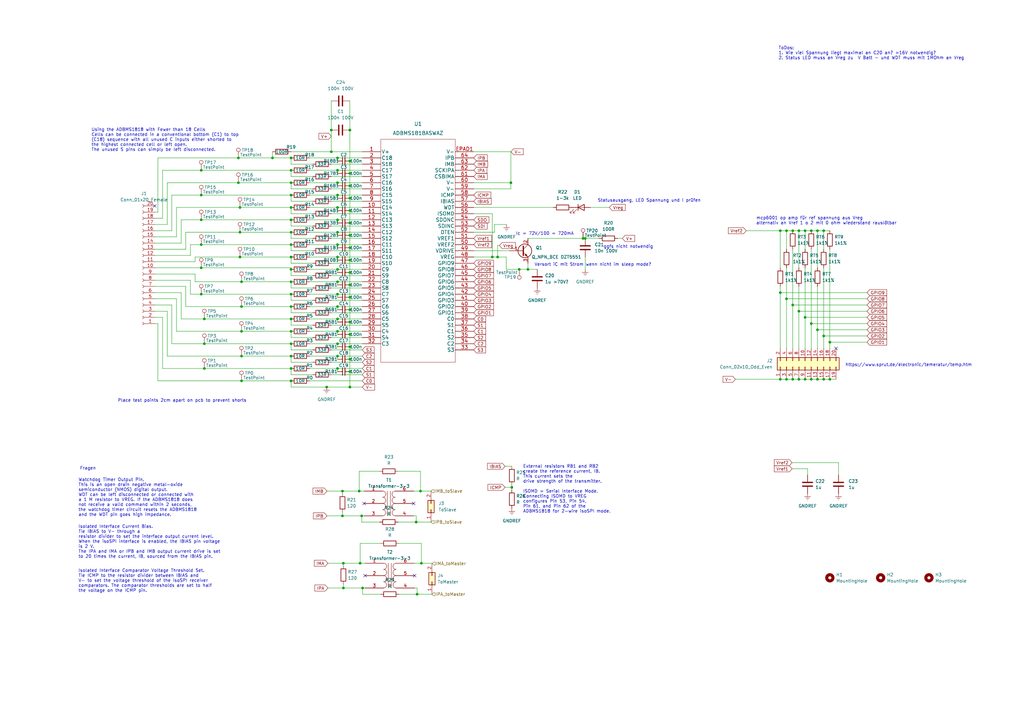
<source format=kicad_sch>
(kicad_sch (version 20230121) (generator eeschema)
  (paper "A3")
  (title_block (title "BMS Slave main") (date "2022-12-22") (rev "1") (company "FTAG") (comment 1 "John Pausder"))
  (junction (at 135.89 62.23))
  (junction (at 140.843 241.173))
  (junction (at 143.51 71.12))
  (junction (at 143.51 137.16))
  (junction (at 138.43 130.81))
  (junction (at 332.74 132.715))
  (junction (at 143.51 132.08))
  (junction (at 135.89 53.34))
  (junction (at 119.38 115.57))
  (junction (at 332.74 155.575))
  (junction (at 119.38 80.01))
  (junction (at 143.51 158.75))
  (junction (at 99.06 156.21))
  (junction (at 138.43 135.89))
  (junction (at 119.38 85.09))
  (junction (at 82.55 80.01))
  (junction (at 140.843 231.013))
  (junction (at 337.82 155.575))
  (junction (at 119.38 100.33))
  (junction (at 97.79 64.77))
  (junction (at 320.04 94.615))
  (junction (at 119.38 110.49))
  (junction (at 83.82 151.13))
  (junction (at 98.425 85.09))
  (junction (at 143.51 142.24))
  (junction (at 119.38 105.41))
  (junction (at 143.51 101.6))
  (junction (at 143.51 106.68))
  (junction (at 143.51 66.04))
  (junction (at 325.12 94.615))
  (junction (at 330.2 155.575))
  (junction (at 98.425 105.41))
  (junction (at 138.43 115.57))
  (junction (at 204.089 105.41))
  (junction (at 327.66 155.575))
  (junction (at 138.43 146.05))
  (junction (at 335.28 94.615))
  (junction (at 143.51 127))
  (junction (at 138.43 85.09))
  (junction (at 119.38 95.25))
  (junction (at 239.141 97.79))
  (junction (at 119.38 120.65))
  (junction (at 119.38 135.89))
  (junction (at 82.55 120.65))
  (junction (at 133.985 158.75))
  (junction (at 325.12 125.095))
  (junction (at 143.51 81.28))
  (junction (at 240.03 97.79))
  (junction (at 119.38 130.81))
  (junction (at 327.66 94.615))
  (junction (at 119.38 140.97))
  (junction (at 140.462 211.582))
  (junction (at 320.04 120.015))
  (junction (at 119.38 125.73))
  (junction (at 337.82 94.615))
  (junction (at 82.55 109.855))
  (junction (at 119.38 146.05))
  (junction (at 138.43 105.41))
  (junction (at 138.43 120.65))
  (junction (at 143.51 147.32))
  (junction (at 119.38 90.17))
  (junction (at 140.462 201.422))
  (junction (at 148.336 211.582))
  (junction (at 322.58 155.575))
  (junction (at 148.717 241.173))
  (junction (at 119.38 69.85))
  (junction (at 138.43 100.33))
  (junction (at 337.82 137.795))
  (junction (at 99.06 115.57))
  (junction (at 138.43 74.93))
  (junction (at 138.43 151.13))
  (junction (at 143.51 116.84))
  (junction (at 209.55 74.93))
  (junction (at 320.04 155.575))
  (junction (at 340.36 155.575))
  (junction (at 97.79 74.93))
  (junction (at 143.51 152.4))
  (junction (at 147.32 201.422))
  (junction (at 330.2 130.175))
  (junction (at 138.43 64.77))
  (junction (at 138.43 90.17))
  (junction (at 332.74 94.615))
  (junction (at 335.28 155.575))
  (junction (at 143.51 53.34))
  (junction (at 82.55 100.33))
  (junction (at 119.38 64.77))
  (junction (at 201.93 105.41))
  (junction (at 143.51 91.44))
  (junction (at 99.06 135.89))
  (junction (at 322.58 94.615))
  (junction (at 119.38 151.13))
  (junction (at 209.931 199.898))
  (junction (at 99.06 125.73))
  (junction (at 143.51 86.36))
  (junction (at 138.43 140.97))
  (junction (at 325.12 155.575))
  (junction (at 143.51 121.92))
  (junction (at 340.36 140.335))
  (junction (at 111.76 64.77))
  (junction (at 147.701 231.013))
  (junction (at 335.28 135.255))
  (junction (at 138.43 125.73))
  (junction (at 171.069 243.713))
  (junction (at 322.58 122.555))
  (junction (at 83.82 140.97))
  (junction (at 138.43 80.01))
  (junction (at 138.43 110.49))
  (junction (at 119.38 74.93))
  (junction (at 119.38 156.21))
  (junction (at 172.466 201.422))
  (junction (at 99.06 146.05))
  (junction (at 82.55 90.17))
  (junction (at 82.55 69.85))
  (junction (at 138.43 69.85))
  (junction (at 172.847 231.013))
  (junction (at 170.688 214.122))
  (junction (at 143.51 96.52))
  (junction (at 143.51 111.76))
  (junction (at 98.425 95.25))
  (junction (at 216.535 110.49))
  (junction (at 330.2 94.615))
  (junction (at 83.82 130.81))
  (junction (at 143.51 76.2))
  (junction (at 327.66 127.635))
  (junction (at 138.43 95.25))
  (junction (at 212.979 110.49))
  (no_connect (at 149.733 236.093))
  (no_connect (at 63.5 84.455))
  (no_connect (at 169.672 206.502))
  (no_connect (at 149.352 206.502))
  (no_connect (at 342.9 142.875))
  (no_connect (at 170.053 236.093))
  (wire (pts (xy 138.43 100.33) (xy 148.59 100.33)))
  (wire (pts (xy 335.28 135.255) (xy 355.6 135.255)))
  (wire (pts (xy 119.38 120.65) (xy 119.38 123.19)))
  (wire (pts (xy 240.03 97.79) (xy 245.745 97.79)))
  (wire (pts (xy 138.43 90.17) (xy 148.59 90.17)))
  (wire (pts (xy 337.82 137.795) (xy 355.6 137.795)))
  (wire (pts (xy 204.851 100.711) (xy 204.089 100.711)))
  (wire (pts (xy 127 80.01) (xy 138.43 80.01)))
  (wire (pts (xy 325.12 125.095) (xy 355.6 125.095)))
  (wire (pts (xy 320.04 94.615) (xy 322.58 94.615)))
  (wire (pts (xy 148.717 241.173) (xy 149.733 241.173)))
  (wire (pts (xy 194.31 62.23) (xy 209.55 62.23)))
  (wire (pts (xy 143.51 127) (xy 143.51 132.08)))
  (wire (pts (xy 99.06 135.89) (xy 72.39 135.89)))
  (wire (pts (xy 138.43 146.05) (xy 138.43 147.32)))
  (wire (pts (xy 119.38 128.27) (xy 128.27 128.27)))
  (wire (pts (xy 119.38 135.89) (xy 119.38 138.43)))
  (wire (pts (xy 147.32 193.294) (xy 147.32 201.422)))
  (wire (pts (xy 74.295 130.81) (xy 83.82 130.81)))
  (wire (pts (xy 135.89 87.63) (xy 148.59 87.63)))
  (wire (pts (xy 111.76 64.77) (xy 97.79 64.77)))
  (wire (pts (xy 138.43 120.65) (xy 148.59 120.65)))
  (wire (pts (xy 194.31 77.47) (xy 209.55 77.47)))
  (wire (pts (xy 337.82 137.795) (xy 337.82 142.875)))
  (wire (pts (xy 127 120.65) (xy 138.43 120.65)))
  (wire (pts (xy 99.06 115.57) (xy 80.01 115.57)))
  (wire (pts (xy 63.5 125.095) (xy 70.485 125.095)))
  (wire (pts (xy 134.493 241.173) (xy 140.843 241.173)))
  (wire (pts (xy 82.55 100.33) (xy 78.105 100.33)))
  (wire (pts (xy 138.43 110.49) (xy 138.43 111.76)))
  (wire (pts (xy 337.82 109.855) (xy 337.82 137.795)))
  (wire (pts (xy 330.2 94.615) (xy 332.74 94.615)))
  (wire (pts (xy 135.89 153.67) (xy 148.59 153.67)))
  (wire (pts (xy 80.01 105.41) (xy 80.01 107.315)))
  (wire (pts (xy 119.38 125.73) (xy 119.38 128.27)))
  (wire (pts (xy 99.06 146.05) (xy 68.58 146.05)))
  (wire (pts (xy 127 90.17) (xy 138.43 90.17)))
  (wire (pts (xy 216.535 110.49) (xy 220.345 110.49)))
  (wire (pts (xy 330.2 155.575) (xy 332.74 155.575)))
  (wire (pts (xy 99.06 156.21) (xy 119.38 156.21)))
  (wire (pts (xy 171.069 243.713) (xy 171.069 241.173)))
  (wire (pts (xy 138.43 135.89) (xy 148.59 135.89)))
  (wire (pts (xy 138.43 80.01) (xy 138.43 81.28)))
  (wire (pts (xy 327.66 94.615) (xy 330.2 94.615)))
  (wire (pts (xy 209.931 199.898) (xy 209.931 200.914)))
  (wire (pts (xy 74.295 90.17) (xy 82.55 90.17)))
  (wire (pts (xy 138.43 80.01) (xy 148.59 80.01)))
  (wire (pts (xy 138.43 95.25) (xy 138.43 96.52)))
  (wire (pts (xy 127 85.09) (xy 138.43 85.09)))
  (wire (pts (xy 148.717 241.173) (xy 148.717 243.713)))
  (wire (pts (xy 242.189 85.09) (xy 249.936 85.09)))
  (wire (pts (xy 66.675 130.175) (xy 66.675 151.13)))
  (wire (pts (xy 143.51 96.52) (xy 143.51 101.6)))
  (wire (pts (xy 119.38 158.75) (xy 119.38 156.21)))
  (wire (pts (xy 119.38 115.57) (xy 119.38 118.11)))
  (wire (pts (xy 119.38 82.55) (xy 128.27 82.55)))
  (wire (pts (xy 171.069 243.713) (xy 177.165 243.713)))
  (wire (pts (xy 135.89 72.39) (xy 148.59 72.39)))
  (wire (pts (xy 163.703 222.885) (xy 172.847 222.885)))
  (wire (pts (xy 119.38 97.79) (xy 128.27 97.79)))
  (wire (pts (xy 83.82 140.97) (xy 119.38 140.97)))
  (wire (pts (xy 331.216 192.278) (xy 331.216 194.818)))
  (wire (pts (xy 64.77 132.715) (xy 63.5 132.715)))
  (wire (pts (xy 335.28 117.475) (xy 335.28 135.255)))
  (wire (pts (xy 135.89 143.51) (xy 148.59 143.51)))
  (wire (pts (xy 63.5 86.995) (xy 64.77 86.995)))
  (wire (pts (xy 337.82 155.575) (xy 340.36 155.575)))
  (wire (pts (xy 138.43 95.25) (xy 148.59 95.25)))
  (wire (pts (xy 119.38 143.51) (xy 128.27 143.51)))
  (wire (pts (xy 143.51 147.32) (xy 143.51 152.4)))
  (wire (pts (xy 64.77 86.995) (xy 64.77 64.77)))
  (wire (pts (xy 119.38 85.09) (xy 119.38 87.63)))
  (wire (pts (xy 138.43 120.65) (xy 138.43 121.92)))
  (wire (pts (xy 138.43 130.81) (xy 138.43 132.08)))
  (wire (pts (xy 82.55 69.85) (xy 119.38 69.85)))
  (wire (pts (xy 143.51 76.2) (xy 143.51 81.28)))
  (wire (pts (xy 194.31 105.41) (xy 201.93 105.41)))
  (wire (pts (xy 119.38 92.71) (xy 128.27 92.71)))
  (wire (pts (xy 147.32 193.294) (xy 155.702 193.294)))
  (wire (pts (xy 76.2 125.73) (xy 76.2 117.475)))
  (wire (pts (xy 119.38 140.97) (xy 119.38 143.51)))
  (wire (pts (xy 76.2 95.25) (xy 76.2 102.235)))
  (wire (pts (xy 135.89 102.87) (xy 148.59 102.87)))
  (wire (pts (xy 119.38 100.33) (xy 82.55 100.33)))
  (wire (pts (xy 322.58 155.575) (xy 325.12 155.575)))
  (wire (pts (xy 330.2 130.175) (xy 330.2 142.875)))
  (wire (pts (xy 140.843 231.013) (xy 140.843 232.029)))
  (wire (pts (xy 98.425 105.41) (xy 80.01 105.41)))
  (wire (pts (xy 127 64.77) (xy 138.43 64.77)))
  (wire (pts (xy 325.12 94.615) (xy 327.66 94.615)))
  (wire (pts (xy 119.38 90.17) (xy 119.38 92.71)))
  (wire (pts (xy 147.32 201.422) (xy 149.352 201.422)))
  (wire (pts (xy 143.51 66.04) (xy 143.51 71.12)))
  (wire (pts (xy 143.51 158.75) (xy 133.985 158.75)))
  (wire (pts (xy 330.2 130.175) (xy 355.6 130.175)))
  (wire (pts (xy 70.485 80.01) (xy 82.55 80.01)))
  (wire (pts (xy 147.701 231.013) (xy 149.733 231.013)))
  (wire (pts (xy 119.38 69.85) (xy 119.38 72.39)))
  (wire (pts (xy 138.43 146.05) (xy 148.59 146.05)))
  (wire (pts (xy 119.38 148.59) (xy 128.27 148.59)))
  (wire (pts (xy 330.2 109.855) (xy 330.2 130.175)))
  (wire (pts (xy 202.819 92.075) (xy 202.819 95.25)))
  (wire (pts (xy 306.07 94.615) (xy 320.04 94.615)))
  (wire (pts (xy 143.51 111.76) (xy 143.51 116.84)))
  (wire (pts (xy 202.819 95.25) (xy 194.31 95.25)))
  (wire (pts (xy 148.717 243.713) (xy 156.083 243.713)))
  (wire (pts (xy 134.493 231.013) (xy 140.843 231.013)))
  (wire (pts (xy 320.04 109.855) (xy 320.04 94.615)))
  (wire (pts (xy 138.43 64.77) (xy 138.43 66.04)))
  (wire (pts (xy 134.112 201.422) (xy 140.462 201.422)))
  (wire (pts (xy 127 151.13) (xy 138.43 151.13)))
  (wire (pts (xy 322.58 109.855) (xy 322.58 122.555)))
  (wire (pts (xy 148.336 211.582) (xy 149.352 211.582)))
  (wire (pts (xy 172.466 193.294) (xy 172.466 201.422)))
  (wire (pts (xy 63.5 130.175) (xy 66.675 130.175)))
  (wire (pts (xy 135.89 148.59) (xy 148.59 148.59)))
  (wire (pts (xy 119.38 95.25) (xy 98.425 95.25)))
  (wire (pts (xy 320.04 120.015) (xy 320.04 142.875)))
  (wire (pts (xy 135.89 67.31) (xy 148.59 67.31)))
  (wire (pts (xy 135.89 118.11) (xy 148.59 118.11)))
  (wire (pts (xy 204.089 105.41) (xy 207.645 105.41)))
  (wire (pts (xy 207.645 105.41) (xy 207.645 110.49)))
  (wire (pts (xy 340.36 140.335) (xy 340.36 142.875)))
  (wire (pts (xy 138.43 74.93) (xy 138.43 76.2)))
  (wire (pts (xy 143.51 81.28) (xy 143.51 86.36)))
  (wire (pts (xy 340.36 102.235) (xy 340.36 140.335)))
  (wire (pts (xy 201.93 87.63) (xy 194.31 87.63)))
  (wire (pts (xy 337.82 94.615) (xy 337.82 102.235)))
  (wire (pts (xy 209.55 62.23) (xy 209.55 74.93)))
  (wire (pts (xy 127 69.85) (xy 138.43 69.85)))
  (wire (pts (xy 68.58 127.635) (xy 63.5 127.635)))
  (wire (pts (xy 127 115.57) (xy 138.43 115.57)))
  (wire (pts (xy 119.38 146.05) (xy 99.06 146.05)))
  (wire (pts (xy 143.51 142.24) (xy 143.51 147.32)))
  (wire (pts (xy 140.462 201.422) (xy 147.32 201.422)))
  (wire (pts (xy 119.38 107.95) (xy 128.27 107.95)))
  (wire (pts (xy 135.89 62.23) (xy 148.59 62.23)))
  (wire (pts (xy 127 100.33) (xy 138.43 100.33)))
  (wire (pts (xy 97.79 64.77) (xy 64.77 64.77)))
  (wire (pts (xy 138.43 115.57) (xy 138.43 116.84)))
  (wire (pts (xy 82.55 109.855) (xy 119.38 109.855)))
  (wire (pts (xy 119.38 64.77) (xy 119.38 67.31)))
  (wire (pts (xy 322.58 122.555) (xy 322.58 142.875)))
  (wire (pts (xy 74.295 120.015) (xy 74.295 130.81)))
  (wire (pts (xy 98.425 95.25) (xy 76.2 95.25)))
  (wire (pts (xy 63.5 94.615) (xy 70.485 94.615)))
  (wire (pts (xy 119.38 133.35) (xy 128.27 133.35)))
  (wire (pts (xy 240.03 105.41) (xy 240.03 110.49)))
  (wire (pts (xy 138.43 115.57) (xy 148.59 115.57)))
  (wire (pts (xy 163.703 243.713) (xy 171.069 243.713)))
  (wire (pts (xy 68.58 74.93) (xy 68.58 92.075)))
  (wire (pts (xy 171.069 241.173) (xy 170.053 241.173)))
  (wire (pts (xy 127 146.05) (xy 138.43 146.05)))
  (wire (pts (xy 143.51 121.92) (xy 143.51 127)))
  (wire (pts (xy 135.89 123.19) (xy 148.59 123.19)))
  (wire (pts (xy 127 95.25) (xy 138.43 95.25)))
  (wire (pts (xy 63.5 120.015) (xy 74.295 120.015)))
  (wire (pts (xy 127 130.81) (xy 138.43 130.81)))
  (wire (pts (xy 135.89 82.55) (xy 148.59 82.55)))
  (wire (pts (xy 143.51 86.36) (xy 143.51 91.44)))
  (wire (pts (xy 194.31 102.87) (xy 208.915 102.87)))
  (wire (pts (xy 135.89 53.34) (xy 135.89 62.23)))
  (wire (pts (xy 140.462 201.422) (xy 140.462 202.438)))
  (wire (pts (xy 253.365 97.79) (xy 255.27 97.79)))
  (wire (pts (xy 320.04 117.475) (xy 320.04 120.015)))
  (wire (pts (xy 82.55 120.65) (xy 78.105 120.65)))
  (wire (pts (xy 68.58 146.05) (xy 68.58 127.635)))
  (wire (pts (xy 119.38 110.49) (xy 119.38 113.03)))
  (wire (pts (xy 138.43 105.41) (xy 138.43 106.68)))
  (wire (pts (xy 99.06 156.21) (xy 64.77 156.21)))
  (wire (pts (xy 78.105 114.935) (xy 63.5 114.935)))
  (wire (pts (xy 127 140.97) (xy 138.43 140.97)))
  (wire (pts (xy 172.847 231.013) (xy 170.053 231.013)))
  (wire (pts (xy 138.43 105.41) (xy 148.59 105.41)))
  (wire (pts (xy 138.43 110.49) (xy 148.59 110.49)))
  (wire (pts (xy 70.485 125.095) (xy 70.485 140.97)))
  (wire (pts (xy 172.466 201.422) (xy 176.784 201.422)))
  (wire (pts (xy 325.12 125.095) (xy 325.12 142.875)))
  (wire (pts (xy 327.66 94.615) (xy 327.66 109.855)))
  (wire (pts (xy 119.38 105.41) (xy 98.425 105.41)))
  (wire (pts (xy 119.38 120.65) (xy 82.55 120.65)))
  (wire (pts (xy 138.43 140.97) (xy 138.43 142.24)))
  (wire (pts (xy 63.5 92.075) (xy 68.58 92.075)))
  (wire (pts (xy 138.43 69.85) (xy 138.43 71.12)))
  (wire (pts (xy 76.2 117.475) (xy 63.5 117.475)))
  (wire (pts (xy 99.06 125.73) (xy 76.2 125.73)))
  (wire (pts (xy 194.31 85.09) (xy 226.949 85.09)))
  (wire (pts (xy 138.43 85.09) (xy 148.59 85.09)))
  (wire (pts (xy 335.28 94.615) (xy 337.82 94.615)))
  (wire (pts (xy 138.43 125.73) (xy 148.59 125.73)))
  (wire (pts (xy 332.74 102.235) (xy 332.74 132.715)))
  (wire (pts (xy 239.141 97.79) (xy 240.03 97.79)))
  (wire (pts (xy 97.79 74.93) (xy 119.38 74.93)))
  (wire (pts (xy 140.462 211.582) (xy 148.336 211.582)))
  (wire (pts (xy 127 105.41) (xy 138.43 105.41)))
  (wire (pts (xy 72.39 122.555) (xy 63.5 122.555)))
  (wire (pts (xy 140.462 210.058) (xy 140.462 211.582)))
  (wire (pts (xy 335.28 155.575) (xy 337.82 155.575)))
  (wire (pts (xy 340.36 140.335) (xy 355.6 140.335)))
  (wire (pts (xy 143.51 91.44) (xy 143.51 96.52)))
  (wire (pts (xy 119.38 115.57) (xy 99.06 115.57)))
  (wire (pts (xy 119.38 109.855) (xy 119.38 110.49)))
  (wire (pts (xy 127 74.93) (xy 138.43 74.93)))
  (wire (pts (xy 322.58 94.615) (xy 325.12 94.615)))
  (wire (pts (xy 140.843 231.013) (xy 147.701 231.013)))
  (wire (pts (xy 119.38 64.77) (xy 111.76 64.77)))
  (wire (pts (xy 119.38 113.03) (xy 128.27 113.03)))
  (wire (pts (xy 134.112 211.582) (xy 140.462 211.582)))
  (wire (pts (xy 138.43 140.97) (xy 148.59 140.97)))
  (wire (pts (xy 111.76 64.77) (xy 111.76 62.23)))
  (wire (pts (xy 83.82 151.13) (xy 119.38 151.13)))
  (wire (pts (xy 138.43 69.85) (xy 148.59 69.85)))
  (wire (pts (xy 204.089 100.711) (xy 204.089 105.41)))
  (wire (pts (xy 143.51 137.16) (xy 143.51 142.24)))
  (wire (pts (xy 143.51 71.12) (xy 143.51 76.2)))
  (wire (pts (xy 163.322 193.294) (xy 172.466 193.294)))
  (wire (pts (xy 201.93 87.63) (xy 201.93 105.41)))
  (wire (pts (xy 70.485 94.615) (xy 70.485 80.01)))
  (wire (pts (xy 119.38 72.39) (xy 128.27 72.39)))
  (wire (pts (xy 63.5 89.535) (xy 66.675 89.535)))
  (wire (pts (xy 322.58 122.555) (xy 355.6 122.555)))
  (wire (pts (xy 119.38 100.33) (xy 119.38 102.87)))
  (wire (pts (xy 170.688 214.122) (xy 176.784 214.122)))
  (wire (pts (xy 143.51 41.402) (xy 143.51 53.34)))
  (wire (pts (xy 324.866 192.278) (xy 331.216 192.278)))
  (wire (pts (xy 119.38 95.25) (xy 119.38 97.79)))
  (wire (pts (xy 119.38 151.13) (xy 119.38 153.67)))
  (wire (pts (xy 80.01 107.315) (xy 63.5 107.315)))
  (wire (pts (xy 119.38 62.23) (xy 135.89 62.23)))
  (wire (pts (xy 207.137 199.898) (xy 209.931 199.898)))
  (wire (pts (xy 332.74 132.715) (xy 332.74 142.875)))
  (wire (pts (xy 63.5 99.695) (xy 74.295 99.695)))
  (wire (pts (xy 119.38 74.93) (xy 119.38 77.47)))
  (wire (pts (xy 119.38 102.87) (xy 128.27 102.87)))
  (wire (pts (xy 327.66 127.635) (xy 355.6 127.635)))
  (wire (pts (xy 80.01 115.57) (xy 80.01 112.395)))
  (wire (pts (xy 82.55 80.01) (xy 119.38 80.01)))
  (wire (pts (xy 320.04 120.015) (xy 355.6 120.015)))
  (wire (pts (xy 327.66 117.475) (xy 327.66 127.635)))
  (wire (pts (xy 322.58 94.615) (xy 322.58 102.235)))
  (wire (pts (xy 216.535 97.79) (xy 239.141 97.79)))
  (wire (pts (xy 148.336 214.122) (xy 155.702 214.122)))
  (wire (pts (xy 119.38 118.11) (xy 128.27 118.11)))
  (wire (pts (xy 194.31 74.93) (xy 209.55 74.93)))
  (wire (pts (xy 119.38 125.73) (xy 99.06 125.73)))
  (wire (pts (xy 337.82 94.615) (xy 340.36 94.615)))
  (wire (pts (xy 63.5 109.855) (xy 82.55 109.855)))
  (wire (pts (xy 143.51 53.34) (xy 143.51 66.04)))
  (wire (pts (xy 201.93 105.41) (xy 204.089 105.41)))
  (wire (pts (xy 119.38 153.67) (xy 128.27 153.67)))
  (wire (pts (xy 143.51 132.08) (xy 143.51 137.16)))
  (wire (pts (xy 140.843 241.173) (xy 148.717 241.173)))
  (wire (pts (xy 119.38 67.31) (xy 128.27 67.31)))
  (wire (pts (xy 135.89 92.71) (xy 148.59 92.71)))
  (wire (pts (xy 207.137 191.262) (xy 209.931 191.262)))
  (wire (pts (xy 325.12 102.235) (xy 325.12 125.095)))
  (wire (pts (xy 324.866 189.738) (xy 343.916 189.738)))
  (wire (pts (xy 147.701 222.885) (xy 156.083 222.885)))
  (wire (pts (xy 76.2 102.235) (xy 63.5 102.235)))
  (wire (pts (xy 340.36 155.575) (xy 342.9 155.575)))
  (wire (pts (xy 172.847 222.885) (xy 172.847 231.013)))
  (wire (pts (xy 172.466 201.422) (xy 169.672 201.422)))
  (wire (pts (xy 327.66 155.575) (xy 330.2 155.575)))
  (wire (pts (xy 138.43 135.89) (xy 138.43 137.16)))
  (wire (pts (xy 127 135.89) (xy 138.43 135.89)))
  (wire (pts (xy 83.82 130.81) (xy 119.38 130.81)))
  (wire (pts (xy 332.74 132.715) (xy 355.6 132.715)))
  (wire (pts (xy 325.12 155.575) (xy 327.66 155.575)))
  (wire (pts (xy 170.688 214.122) (xy 170.688 211.582)))
  (wire (pts (xy 138.43 74.93) (xy 148.59 74.93)))
  (wire (pts (xy 138.43 130.81) (xy 148.59 130.81)))
  (wire (pts (xy 66.675 69.85) (xy 82.55 69.85)))
  (wire (pts (xy 64.77 156.21) (xy 64.77 132.715)))
  (wire (pts (xy 133.985 158.75) (xy 119.38 158.75)))
  (wire (pts (xy 170.688 211.582) (xy 169.672 211.582)))
  (wire (pts (xy 127 110.49) (xy 138.43 110.49)))
  (wire (pts (xy 72.39 97.155) (xy 63.5 97.155)))
  (wire (pts (xy 212.979 110.49) (xy 216.535 110.49)))
  (wire (pts (xy 332.74 155.575) (xy 335.28 155.575)))
  (wire (pts (xy 335.28 94.615) (xy 335.28 109.855)))
  (wire (pts (xy 119.38 138.43) (xy 128.27 138.43)))
  (wire (pts (xy 72.39 85.09) (xy 72.39 97.155)))
  (wire (pts (xy 138.43 100.33) (xy 138.43 101.6)))
  (wire (pts (xy 143.51 106.68) (xy 143.51 111.76)))
  (wire (pts (xy 66.675 151.13) (xy 83.82 151.13)))
  (wire (pts (xy 148.336 211.582) (xy 148.336 214.122)))
  (wire (pts (xy 119.38 146.05) (xy 119.38 148.59)))
  (wire (pts (xy 119.38 123.19) (xy 128.27 123.19)))
  (wire (pts (xy 135.89 128.27) (xy 148.59 128.27)))
  (wire (pts (xy 163.322 214.122) (xy 170.688 214.122)))
  (wire (pts (xy 143.51 116.84) (xy 143.51 121.92)))
  (wire (pts (xy 327.66 127.635) (xy 327.66 142.875)))
  (wire (pts (xy 74.295 99.695) (xy 74.295 90.17)))
  (wire (pts (xy 119.38 77.47) (xy 128.27 77.47)))
  (wire (pts (xy 135.89 133.35) (xy 148.59 133.35)))
  (wire (pts (xy 135.89 77.47) (xy 148.59 77.47)))
  (wire (pts (xy 135.89 113.03) (xy 148.59 113.03)))
  (wire (pts (xy 127 156.21) (xy 148.59 156.21)))
  (wire (pts (xy 135.89 107.95) (xy 148.59 107.95)))
  (wire (pts (xy 70.485 140.97) (xy 83.82 140.97)))
  (wire (pts (xy 80.01 112.395) (xy 63.5 112.395)))
  (wire (pts (xy 209.55 74.93) (xy 209.55 77.47)))
  (wire (pts (xy 143.51 101.6) (xy 143.51 106.68)))
  (wire (pts (xy 68.58 74.93) (xy 97.79 74.93)))
  (wire (pts (xy 343.916 189.738) (xy 343.916 194.818)))
  (wire (pts (xy 207.645 110.49) (xy 212.979 110.49)))
  (wire (pts (xy 127 125.73) (xy 138.43 125.73)))
  (wire (pts (xy 138.43 90.17) (xy 138.43 91.44)))
  (wire (pts (xy 301.625 155.575) (xy 320.04 155.575)))
  (wire (pts (xy 72.39 85.09) (xy 98.425 85.09)))
  (wire (pts (xy 330.2 94.615) (xy 330.2 102.235)))
  (wire (pts (xy 138.43 151.13) (xy 138.43 152.4)))
  (wire (pts (xy 78.105 120.65) (xy 78.105 114.935)))
  (wire (pts (xy 138.43 64.77) (xy 148.59 64.77)))
  (wire (pts (xy 72.39 135.89) (xy 72.39 122.555)))
  (wire (pts (xy 143.51 158.75) (xy 148.59 158.75)))
  (wire (pts (xy 119.38 105.41) (xy 119.38 107.95)))
  (wire (pts (xy 135.89 41.402) (xy 135.89 53.34)))
  (wire (pts (xy 209.931 199.898) (xy 209.931 198.882)))
  (wire (pts (xy 335.28 135.255) (xy 335.28 142.875)))
  (wire (pts (xy 138.43 85.09) (xy 138.43 86.36)))
  (wire (pts (xy 216.535 110.49) (xy 216.535 107.95)))
  (wire (pts (xy 138.43 125.73) (xy 138.43 127)))
  (wire (pts (xy 119.38 130.81) (xy 119.38 133.35)))
  (wire (pts (xy 119.38 135.89) (xy 99.06 135.89)))
  (wire (pts (xy 98.425 85.09) (xy 119.38 85.09)))
  (wire (pts (xy 119.38 80.01) (xy 119.38 82.55)))
  (wire (pts (xy 332.74 94.615) (xy 335.28 94.615)))
  (wire (pts (xy 207.772 92.075) (xy 202.819 92.075)))
  (wire (pts (xy 147.701 222.885) (xy 147.701 231.013)))
  (wire (pts (xy 135.89 138.43) (xy 148.59 138.43)))
  (wire (pts (xy 82.55 90.17) (xy 119.38 90.17)))
  (wire (pts (xy 320.04 155.575) (xy 322.58 155.575)))
  (wire (pts (xy 78.105 100.33) (xy 78.105 104.775)))
  (wire (pts (xy 135.89 97.79) (xy 148.59 97.79)))
  (wire (pts (xy 172.847 231.013) (xy 177.165 231.013)))
  (wire (pts (xy 78.105 104.775) (xy 63.5 104.775)))
  (wire (pts (xy 143.51 152.4) (xy 143.51 158.75)))
  (wire (pts (xy 140.843 239.649) (xy 140.843 241.173)))
  (wire (pts (xy 119.38 87.63) (xy 128.27 87.63)))
  (wire (pts (xy 138.43 151.13) (xy 148.59 151.13)))
  (wire (pts (xy 66.675 69.85) (xy 66.675 89.535)))
  (text "Watchdog Timer Output Pin. \nThis is an open drain negative metal-oxide \nsemiconductor (NMOS) digital output. \nWDT can be left disconnected or connected with \na 1 M resistor to VREG. If the ADBMS1818 does \nnot receive a valid command within 2 seconds, \nthe watchdog timer circuit resets the ADBMS1818 \nand the WDT pin goes high impedance." (at 32.131 211.963 0) (effects (font (size 1.27 1.27)) (justify left bottom)))
  (text "Place test points 2cm apart on pcb to prevent shorts\n" (at 48.26 165.1 0) (effects (font (size 1.27 1.27)) (justify left bottom)))
  (text "Versort iC mit Strom wenn nicht im sleep mode?" (at 219.202 109.347 0) (effects (font (size 1.27 1.27)) (justify left bottom)))
  (text "Isolated Interface Comparator Voltage Threshold Set.\nTie ICMP to the resistor divider between IBIAS and \nV- to set the voltage threshold of the isoSPI receiver \ncomparators. The comparator thresholds are set to half \nthe voltage on the ICMP pin." (at 32.131 243.078 0) (effects (font (size 1.27 1.27)) (justify left bottom)))
  (text "Fragen" (at 32.766 192.913 0) (effects (font (size 1.27 1.27)) (justify left bottom)))
  (text "Ic = 72V/100 = 720mA" (at 211.582 96.647 0) (effects (font (size 1.27 1.27)) (justify left bottom)))
  (text "External resistors RB1 and RB2\ncreate the reference current, IB.\nThis current sets the \ndrive strength of the transmitter.\n\nISOMD = Serial Interface Mode. \nConnecting ISOMD to VREG \nconfigures Pin 53, Pin 54, \nPin 61, and Pin 62 of the \nADBMS1818 for 2-wire isoSPI mode." (at 214.503 210.566 0) (effects (font (size 1.27 1.27)) (justify left bottom)))
  (text "Using the ADBMS1818 with Fewer than 18 Cells\nCells can be connected in a conventional bottom (C1) to top \n(C18) sequence with all unused C inputs either shorted to \nthe highest connected cell or left open. \nThe unused S pins can simply be left disconnected." (at 37.465 62.23 0) (effects (font (size 1.27 1.27)) (justify left bottom)))
  (text "mcp6001 op amp für ref spannung aus Vreg\nalternativ an Vref 1 o 2 mit 0 ohm wiederstand rauslötbar" (at 310.134 92.329 0) (effects (font (size 1.27 1.27)) (justify left bottom)))
  (text "ggfs nicht notwendig" (at 247.523 101.981 0) (effects (font (size 1.27 1.27)) (justify left bottom)))
  (text "ToDos: \n1. Wie viel Spannung liegt maximal an C20 an? >16V notwendig?\n2. Status LED muss an Vreg zu  V Batt - und WDT muss mit 1MOhm an Vreg\n\n" (at 319.278 26.67 0) (effects (font (size 1.27 1.27)) (justify left bottom)))
  (text "Isolated Interface Current Bias.\nTie IBIAS to V- through a \nresistor divider to set the interface output current level. \nWhen the isoSPI interface is enabled, the IBIAS pin voltage \nis 2 V. \nThe IPA and IMA or IPB and IMB output current drive is set \nto 20 times the current, IB, sourced from the IBIAS pin." (at 32.131 229.108 0) (effects (font (size 1.27 1.27)) (justify left bottom)))
  (text "Statusausgang, LED Spannung und I prüfen" (at 245.11 83.058 0) (effects (font (size 1.27 1.27)) (justify left bottom)))
  (text "https://www.sprut.de/electronic/temeratur/temp.htm" (at 346.71 150.495 0) (effects (font (size 1.27 1.27)) (justify left bottom)))
  (global_label "GPIO4" (shape input) (at 194.31 120.65 0) (property "Intersheetrefs" "${INTERSHEET_REFS}" (effects hide)))
  (global_label "S2" (shape input) (at 148.59 148.59 0) (property "Intersheetrefs" "${INTERSHEET_REFS}" (effects hide)))
  (global_label "C2" (shape input) (at 194.31 140.97 0) (property "Intersheetrefs" "${INTERSHEET_REFS}" (effects hide)))
  (global_label "C1" (shape input) (at 194.31 135.89 0) (property "Intersheetrefs" "${INTERSHEET_REFS}" (effects hide)))
  (global_label "Vreg" (shape input) (at 249.936 85.09 0) (property "Intersheetrefs" "${INTERSHEET_REFS}" (effects hide)))
  (global_label "V-" (shape input) (at 209.55 62.23 0) (property "Intersheetrefs" "${INTERSHEET_REFS}" (effects hide)))
  (global_label "IMA" (shape input) (at 194.31 72.39 0) (property "Intersheetrefs" "${INTERSHEET_REFS}" (effects hide)))
  (global_label "IMB" (shape input) (at 134.112 201.422 180) (property "Intersheetrefs" "${INTERSHEET_REFS}" (effects hide)))
  (global_label "V+" (shape input) (at 135.89 55.88 180) (property "Intersheetrefs" "${INTERSHEET_REFS}" (effects hide)))
  (global_label "Vref1" (shape input) (at 194.31 97.79 0) (property "Intersheetrefs" "${INTERSHEET_REFS}" (effects hide)))
  (global_label "GPIO8" (shape input) (at 355.6 122.555 0) (property "Intersheetrefs" "${INTERSHEET_REFS}" (effects hide)))
  (global_label "GPIO2" (shape input) (at 194.31 125.73 0) (property "Intersheetrefs" "${INTERSHEET_REFS}" (effects hide)))
  (global_label "C1" (shape input) (at 148.59 151.13 0) (property "Intersheetrefs" "${INTERSHEET_REFS}" (effects hide)))
  (global_label "IPA" (shape input) (at 134.493 241.173 180) (property "Intersheetrefs" "${INTERSHEET_REFS}" (effects hide)))
  (global_label "GPIO9" (shape input) (at 194.31 107.95 0) (property "Intersheetrefs" "${INTERSHEET_REFS}" (effects hide)))
  (global_label "C0" (shape input) (at 148.59 156.21 0) (property "Intersheetrefs" "${INTERSHEET_REFS}" (effects hide)))
  (global_label "GPIO8" (shape input) (at 194.31 110.49 0) (property "Intersheetrefs" "${INTERSHEET_REFS}" (effects hide)))
  (global_label "IPB" (shape input) (at 134.112 211.582 180) (property "Intersheetrefs" "${INTERSHEET_REFS}" (effects hide)))
  (global_label "GPIO2" (shape input) (at 355.6 137.795 0) (property "Intersheetrefs" "${INTERSHEET_REFS}" (effects hide)))
  (global_label "Vreg" (shape input) (at 204.851 100.711 0) (property "Intersheetrefs" "${INTERSHEET_REFS}" (effects hide)))
  (global_label "GPIO1" (shape input) (at 194.31 128.27 0) (property "Intersheetrefs" "${INTERSHEET_REFS}" (effects hide)))
  (global_label "S3" (shape input) (at 194.31 143.51 0) (property "Intersheetrefs" "${INTERSHEET_REFS}" (effects hide)))
  (global_label "IMB" (shape input) (at 194.31 67.31 0) (property "Intersheetrefs" "${INTERSHEET_REFS}" (effects hide)))
  (global_label "Vref2" (shape input) (at 194.31 100.33 0) (property "Intersheetrefs" "${INTERSHEET_REFS}" (effects hide)))
  (global_label "GPIO7" (shape input) (at 194.31 113.03 0) (property "Intersheetrefs" "${INTERSHEET_REFS}" (effects hide)))
  (global_label "C2" (shape input) (at 148.59 146.05 0) (property "Intersheetrefs" "${INTERSHEET_REFS}" (effects hide)))
  (global_label "S2" (shape input) (at 194.31 138.43 0) (property "Intersheetrefs" "${INTERSHEET_REFS}" (effects hide)))
  (global_label "Vref1" (shape input) (at 324.866 192.278 180) (property "Intersheetrefs" "${INTERSHEET_REFS}" (effects hide)))
  (global_label "GPIO5" (shape input) (at 194.31 118.11 0) (property "Intersheetrefs" "${INTERSHEET_REFS}" (effects hide)))
  (global_label "S1" (shape input) (at 148.59 153.67 0) (property "Intersheetrefs" "${INTERSHEET_REFS}" (effects hide)))
  (global_label "S1" (shape input) (at 194.31 133.35 0) (property "Intersheetrefs" "${INTERSHEET_REFS}" (effects hide)))
  (global_label "GPIO5" (shape input) (at 355.6 130.175 0) (property "Intersheetrefs" "${INTERSHEET_REFS}" (effects hide)))
  (global_label "V-" (shape input) (at 301.625 155.575 180) (property "Intersheetrefs" "${INTERSHEET_REFS}" (effects hide)))
  (global_label "GPIO6" (shape input) (at 355.6 127.635 0) (property "Intersheetrefs" "${INTERSHEET_REFS}" (effects hide)))
  (global_label "GPIO9" (shape input) (at 355.6 120.015 0) (property "Intersheetrefs" "${INTERSHEET_REFS}" (effects hide)))
  (global_label "V-" (shape input) (at 148.59 158.75 0) (property "Intersheetrefs" "${INTERSHEET_REFS}" (effects hide)))
  (global_label "C0" (shape input) (at 194.31 130.81 0) (property "Intersheetrefs" "${INTERSHEET_REFS}" (effects hide)))
  (global_label "V+" (shape input) (at 255.27 97.79 0) (property "Intersheetrefs" "${INTERSHEET_REFS}" (effects hide)))
  (global_label "SDI" (shape input) (at 194.31 92.71 0) (property "Intersheetrefs" "${INTERSHEET_REFS}" (effects hide)))
  (global_label "IPB" (shape input) (at 194.31 64.77 0) (property "Intersheetrefs" "${INTERSHEET_REFS}" (effects hide)))
  (global_label "IPA" (shape input) (at 194.31 69.85 0) (property "Intersheetrefs" "${INTERSHEET_REFS}" (effects hide)))
  (global_label "S3" (shape input) (at 148.59 143.51 0) (property "Intersheetrefs" "${INTERSHEET_REFS}" (effects hide)))
  (global_label "GPIO4" (shape input) (at 355.6 132.715 0) (property "Intersheetrefs" "${INTERSHEET_REFS}" (effects hide)))
  (global_label "GPIO7" (shape input) (at 355.6 125.095 0) (property "Intersheetrefs" "${INTERSHEET_REFS}" (effects hide)))
  (global_label "ICMP" (shape input) (at 207.137 199.898 180) (property "Intersheetrefs" "${INTERSHEET_REFS}" (effects hide)))
  (global_label "GPIO1" (shape input) (at 355.6 140.335 0) (property "Intersheetrefs" "${INTERSHEET_REFS}" (effects hide)))
  (global_label "IBIAS" (shape input) (at 194.31 82.55 0) (property "Intersheetrefs" "${INTERSHEET_REFS}" (effects hide)))
  (global_label "ICMP" (shape input) (at 194.31 80.01 0) (property "Intersheetrefs" "${INTERSHEET_REFS}" (effects hide)))
  (global_label "GPIO3" (shape input) (at 355.6 135.255 0) (property "Intersheetrefs" "${INTERSHEET_REFS}" (effects hide)))
  (global_label "Vref2" (shape input) (at 324.866 189.738 180) (property "Intersheetrefs" "${INTERSHEET_REFS}" (effects hide)))
  (global_label "GPIO3" (shape input) (at 194.31 123.19 0) (property "Intersheetrefs" "${INTERSHEET_REFS}" (effects hide)))
  (global_label "Vref2" (shape input) (at 306.07 94.615 180) (property "Intersheetrefs" "${INTERSHEET_REFS}" (effects hide)))
  (global_label "IMA" (shape input) (at 134.493 231.013 180) (property "Intersheetrefs" "${INTERSHEET_REFS}" (effects hide)))
  (global_label "SDO" (shape input) (at 194.31 90.17 0) (property "Intersheetrefs" "${INTERSHEET_REFS}" (effects hide)))
  (global_label "IBIAS" (shape input) (at 207.137 191.262 180) (property "Intersheetrefs" "${INTERSHEET_REFS}" (effects hide)))
  (global_label "GPIO6" (shape input) (at 194.31 115.57 0) (property "Intersheetrefs" "${INTERSHEET_REFS}" (effects hide)))
  (hierarchical_label "IMB_toSlave" (shape input) (at 176.784 201.422 0))
  (hierarchical_label "IPB_toSlave" (shape input) (at 176.784 214.122 0))
  (hierarchical_label "IPA_toMaster" (shape input) (at 177.165 243.713 0))
  (hierarchical_label "IMA_toMaster" (shape input) (at 177.292 231.14 0))
  (symbol (lib_id "Device:C_Small") (at 140.97 142.24 90) (unit 1)
    (property "Reference" "C17" (at 140.97 139.7 90))
    (property "Value" "100n" (at 146.05 142.24 90))
    (property "Footprint" "Capacitor_SMD:C_1206_3216Metric_Pad1.33x1.80mm_HandSolder" (effects hide))
    (instances (project "E16 Batterie" (path "" (reference "C17") (unit 1)) (path "" (reference "C42") (unit 1)) (path "" (reference "C66") (unit 1)) (path "" (reference "C90") (unit 1))))
  )
  (symbol (lib_id "Device:R") (at 132.08 92.71 90) (unit 1)
    (property "Reference" "R13B1" (at 135.89 91.44 90))
    (property "Value" "33R" (at 132.08 92.71 90))
    (property "Footprint" "Resistor_SMD:R_1206_3216Metric_Pad1.30x1.75mm_HandSolder" (effects hide))
    (instances (project "E16 Batterie" (path "" (reference "R13B1") (unit 1)) (path "" (reference "R13B2") (unit 1)) (path "" (reference "R13B3") (unit 1)) (path "" (reference "R13B4") (unit 1))))
  )
  (symbol (lib_id "Device:R") (at 123.19 115.57 90) (unit 1)
    (property "Reference" "R8" (at 127 114.3 90))
    (property "Value" "10R" (at 123.19 115.57 90))
    (property "Footprint" "Resistor_SMD:R_1206_3216Metric_Pad1.30x1.75mm_HandSolder" (effects hide))
    (instances (project "E16 Batterie" (path "" (reference "R8") (unit 1)) (path "" (reference "R41") (unit 1)) (path "" (reference "R71") (unit 1)) (path "" (reference "R101") (unit 1))))
  )
  (symbol (lib_id "Device:R") (at 132.08 118.11 90) (unit 1)
    (property "Reference" "R8B1" (at 135.89 116.84 90))
    (property "Value" "33R" (at 132.08 118.11 90))
    (property "Footprint" "Resistor_SMD:R_1206_3216Metric_Pad1.30x1.75mm_HandSolder" (effects hide))
    (instances (project "E16 Batterie" (path "" (reference "R8B1") (unit 1)) (path "" (reference "R8B2") (unit 1)) (path "" (reference "R8B3") (unit 1)) (path "" (reference "R8B4") (unit 1))))
  )
  (symbol (lib_id "Connector:TestPoint") (at 99.06 135.89 0) (unit 1)
    (property "Reference" "TP4" (at 100.33 132.715 0) (effects (justify left)))
    (property "Value" "TestPoint" (at 99.695 134.62 0) (effects (justify left)))
    (property "Footprint" "TestPoint:TestPoint_Pad_D1.0mm" (effects hide))
    (instances (project "E16 Batterie" (path "" (reference "TP4") (unit 1)) (path "" (reference "TP37") (unit 1)) (path "" (reference "TP58") (unit 1)) (path "" (reference "TP79") (unit 1))))
  )
  (symbol (lib_id "Device:R") (at 123.19 64.77 90) (unit 1)
    (property "Reference" "R18" (at 127 63.5 90))
    (property "Value" "10R" (at 123.19 64.77 90))
    (property "Footprint" "Resistor_SMD:R_1206_3216Metric_Pad1.30x1.75mm_HandSolder" (effects hide))
    (instances (project "E16 Batterie" (path "" (reference "R18") (unit 1)) (path "" (reference "R31") (unit 1)) (path "" (reference "R61") (unit 1)) (path "" (reference "R91") (unit 1))))
  )
  (symbol (lib_id "Device:R") (at 123.19 130.81 90) (unit 1)
    (property "Reference" "R5" (at 127 129.54 90))
    (property "Value" "10R" (at 123.19 130.81 90))
    (property "Footprint" "Resistor_SMD:R_1206_3216Metric_Pad1.30x1.75mm_HandSolder" (effects hide))
    (instances (project "E16 Batterie" (path "" (reference "R5") (unit 1)) (path "" (reference "R44") (unit 1)) (path "" (reference "R74") (unit 1)) (path "" (reference "R104") (unit 1))))
  )
  (symbol (lib_id "Device:R") (at 132.08 153.67 90) (unit 1)
    (property "Reference" "R1B1" (at 135.89 152.4 90))
    (property "Value" "33R" (at 132.08 153.67 90))
    (property "Footprint" "Resistor_SMD:R_1206_3216Metric_Pad1.30x1.75mm_HandSolder" (effects hide))
    (instances (project "E16 Batterie" (path "" (reference "R1B1") (unit 1)) (path "" (reference "R1B2") (unit 1)) (path "" (reference "R1B3") (unit 1)) (path "" (reference "R1B4") (unit 1))))
  )
  (symbol (lib_id "Connector:TestPoint") (at 83.82 151.13 0) (unit 1)
    (property "Reference" "TP1" (at 85.09 147.955 0) (effects (justify left)))
    (property "Value" "TestPoint" (at 84.455 149.86 0) (effects (justify left)))
    (property "Footprint" "TestPoint:TestPoint_Pad_D1.0mm" (effects hide))
    (instances (project "E16 Batterie" (path "" (reference "TP1") (unit 1)) (path "" (reference "TP29") (unit 1)) (path "" (reference "TP50") (unit 1)) (path "" (reference "TP71") (unit 1))))
  )
  (symbol (lib_id "Device:R") (at 340.36 98.425 180) (unit 1)
    (property "Reference" "RT9" (at 342.265 97.1549 0) (effects (justify right)))
    (property "Value" "1k1%" (at 342.265 99.6949 0) (effects (justify right)))
    (property "Footprint" "Resistor_SMD:R_1206_3216Metric_Pad1.30x1.75mm_HandSolder" (effects hide))
    (instances (project "E16 Batterie" (path "" (reference "RT9") (unit 1)) (path "" (reference "RT18") (unit 1)) (path "" (reference "RT27") (unit 1)) (path "" (reference "RT36") (unit 1))))
  )
  (symbol (lib_id "Connector:TestPoint") (at 212.979 110.49 180) (unit 1)
    (property "Reference" "TP19" (at 211.709 113.665 0) (effects (justify left)))
    (property "Value" "TestPoint" (at 212.344 111.76 0) (effects (justify left)))
    (property "Footprint" "TestPoint:TestPoint_Pad_D1.0mm" (effects hide))
    (instances (project "E16 Batterie" (path "" (reference "TP19") (unit 1)) (path "" (reference "TP40") (unit 1)) (path "" (reference "TP61") (unit 1)) (path "" (reference "TP82") (unit 1))))
  )
  (symbol (lib_id "Device:C_Small") (at 140.97 116.84 90) (unit 1)
    (property "Reference" "C12" (at 140.97 114.3 90))
    (property "Value" "100n" (at 146.05 116.84 90))
    (property "Footprint" "Capacitor_SMD:C_1206_3216Metric_Pad1.33x1.80mm_HandSolder" (effects hide))
    (instances (project "E16 Batterie" (path "" (reference "C12") (unit 1)) (path "" (reference "C37") (unit 1)) (path "" (reference "C61") (unit 1)) (path "" (reference "C85") (unit 1))))
  )
  (symbol (lib_id "Device:LED") (at 238.379 85.09 0) (unit 1)
    (property "Reference" "D1" (at 236.7915 78.74 0))
    (property "Value" "LED" (at 236.7915 81.28 0))
    (property "Footprint" "LED_SMD:LED_1206_3216Metric_Pad1.42x1.75mm_HandSolder" (effects hide))
    (instances (project "E16 Batterie" (path "" (reference "D1") (unit 1)) (path "" (reference "D2") (unit 1)) (path "" (reference "D3") (unit 1)) (path "" (reference "D4") (unit 1))))
  )
  (symbol (lib_id "Device:R") (at 123.19 100.33 90) (unit 1)
    (property "Reference" "R11" (at 127 99.06 90))
    (property "Value" "10R" (at 123.19 100.33 90))
    (property "Footprint" "Resistor_SMD:R_1206_3216Metric_Pad1.30x1.75mm_HandSolder" (effects hide))
    (instances (project "E16 Batterie" (path "" (reference "R11") (unit 1)) (path "" (reference "R38") (unit 1)) (path "" (reference "R68") (unit 1)) (path "" (reference "R98") (unit 1))))
  )
  (symbol (lib_id "Device:R") (at 123.19 69.85 90) (unit 1)
    (property "Reference" "R17" (at 127 68.58 90))
    (property "Value" "10R" (at 123.19 69.85 90))
    (property "Footprint" "Resistor_SMD:R_1206_3216Metric_Pad1.30x1.75mm_HandSolder" (effects hide))
    (instances (project "E16 Batterie" (path "" (reference "R17") (unit 1)) (path "" (reference "R32") (unit 1)) (path "" (reference "R62") (unit 1)) (path "" (reference "R92") (unit 1))))
  )
  (symbol (lib_id "Device:R") (at 325.12 98.425 180) (unit 1)
    (property "Reference" "RT3" (at 327.025 97.1549 0) (effects (justify right)))
    (property "Value" "1k1%" (at 327.025 99.6949 0) (effects (justify right)))
    (property "Footprint" "Resistor_SMD:R_1206_3216Metric_Pad1.30x1.75mm_HandSolder" (effects hide))
    (instances (project "E16 Batterie" (path "" (reference "RT3") (unit 1)) (path "" (reference "RT12") (unit 1)) (path "" (reference "RT21") (unit 1)) (path "" (reference "RT30") (unit 1))))
  )
  (symbol (lib_id "Device:C_Small") (at 140.97 147.32 90) (unit 1)
    (property "Reference" "C18" (at 140.97 144.78 90))
    (property "Value" "100n" (at 146.05 147.32 90))
    (property "Footprint" "Capacitor_SMD:C_1206_3216Metric_Pad1.33x1.80mm_HandSolder" (effects hide))
    (instances (project "E16 Batterie" (path "" (reference "C18") (unit 1)) (path "" (reference "C43") (unit 1)) (path "" (reference "C67") (unit 1)) (path "" (reference "C91") (unit 1))))
  )
  (symbol (lib_id "Connector:TestPoint") (at 98.425 105.41 0) (unit 1)
    (property "Reference" "TP10" (at 99.695 102.235 0) (effects (justify left)))
    (property "Value" "TestPoint" (at 99.06 104.14 0) (effects (justify left)))
    (property "Footprint" "TestPoint:TestPoint_Pad_D1.0mm" (effects hide))
    (instances (project "E16 Batterie" (path "" (reference "TP10") (unit 1)) (path "" (reference "TP34") (unit 1)) (path "" (reference "TP55") (unit 1)) (path "" (reference "TP76") (unit 1))))
  )
  (symbol (lib_id "Connector:TestPoint") (at 99.06 156.21 0) (unit 1)
    (property "Reference" "TP0" (at 100.33 153.035 0) (effects (justify left)))
    (property "Value" "TestPoint" (at 99.695 154.94 0) (effects (justify left)))
    (property "Footprint" "TestPoint:TestPoint_Pad_D1.0mm" (effects hide))
    (instances (project "E16 Batterie" (path "" (reference "TP0") (unit 1)) (path "" (reference "TP39") (unit 1)) (path "" (reference "TP60") (unit 1)) (path "" (reference "TP81") (unit 1))))
  )
  (symbol (lib_id "Device:R") (at 123.19 156.21 90) (unit 1)
    (property "Reference" "R0" (at 127 154.94 90))
    (property "Value" "10R" (at 123.19 156.21 90))
    (property "Footprint" "Resistor_SMD:R_1206_3216Metric_Pad1.30x1.75mm_HandSolder" (effects hide))
    (instances (project "E16 Batterie" (path "" (reference "R0") (unit 1)) (path "" (reference "R49") (unit 1)) (path "" (reference "R79") (unit 1)) (path "" (reference "R109") (unit 1))))
  )
  (symbol (lib_id "Device:R") (at 209.931 195.072 0) (unit 1)
    (property "Reference" "R25" (at 211.709 193.8019 0) (effects (justify left)))
    (property "Value" "R" (at 211.709 196.3419 0) (effects (justify left)))
    (property "Footprint" "Resistor_SMD:R_1206_3216Metric_Pad1.30x1.75mm_HandSolder" (effects hide))
    (instances (project "E16 Batterie" (path "" (reference "R25") (unit 1)) (path "" (reference "R56") (unit 1)) (path "" (reference "R86") (unit 1)) (path "" (reference "R116") (unit 1))))
  )
  (symbol (lib_id "Device:R") (at 330.2 106.045 180) (unit 1)
    (property "Reference" "RT5" (at 332.105 104.7749 0) (effects (justify right)))
    (property "Value" "1k1%" (at 332.105 107.3149 0) (effects (justify right)))
    (property "Footprint" "Resistor_SMD:R_1206_3216Metric_Pad1.30x1.75mm_HandSolder" (effects hide))
    (instances (project "E16 Batterie" (path "" (reference "RT5") (unit 1)) (path "" (reference "RT14") (unit 1)) (path "" (reference "RT23") (unit 1)) (path "" (reference "RT32") (unit 1))))
  )
  (symbol (lib_id "power:GNDREF") (at 331.216 202.438 0) (unit 1)
    (property "Reference" "#PWR0102" (effects hide))
    (property "Value" "GNDREF" (at 331.216 207.518 0))
    (instances (project "E16 Batterie" (path "" (reference "#PWR0102") (unit 1)) (path "" (reference "#PWR06") (unit 1)) (path "" (reference "#PWR013") (unit 1)) (path "" (reference "#PWR020") (unit 1))))
  )
  (symbol (lib_id "Device:R") (at 132.08 82.55 90) (unit 1)
    (property "Reference" "R15B1" (at 135.89 81.28 90))
    (property "Value" "33R" (at 132.08 82.55 90))
    (property "Footprint" "Resistor_SMD:R_1206_3216Metric_Pad1.30x1.75mm_HandSolder" (effects hide))
    (instances (project "E16 Batterie" (path "" (reference "R15B1") (unit 1)) (path "" (reference "R15B2") (unit 1)) (path "" (reference "R15B3") (unit 1)) (path "" (reference "R15B4") (unit 1))))
  )
  (symbol (lib_id "Device:C_Small") (at 140.97 111.76 90) (unit 1)
    (property "Reference" "C11" (at 140.97 109.22 90))
    (property "Value" "100n" (at 146.05 111.76 90))
    (property "Footprint" "Capacitor_SMD:C_1206_3216Metric_Pad1.33x1.80mm_HandSolder" (effects hide))
    (instances (project "E16 Batterie" (path "" (reference "C11") (unit 1)) (path "" (reference "C36") (unit 1)) (path "" (reference "C60") (unit 1)) (path "" (reference "C84") (unit 1))))
  )
  (symbol (lib_id "Connector:TestPoint") (at 99.06 146.05 0) (unit 1)
    (property "Reference" "TP2" (at 100.33 142.875 0) (effects (justify left)))
    (property "Value" "TestPoint" (at 99.695 144.78 0) (effects (justify left)))
    (property "Footprint" "TestPoint:TestPoint_Pad_D1.0mm" (effects hide))
    (instances (project "E16 Batterie" (path "" (reference "TP2") (unit 1)) (path "" (reference "TP38") (unit 1)) (path "" (reference "TP59") (unit 1)) (path "" (reference "TP80") (unit 1))))
  )
  (symbol (lib_id "Device:R") (at 132.08 128.27 90) (unit 1)
    (property "Reference" "R6B1" (at 135.89 127 90))
    (property "Value" "33R" (at 132.08 128.27 90))
    (property "Footprint" "Resistor_SMD:R_1206_3216Metric_Pad1.30x1.75mm_HandSolder" (effects hide))
    (instances (project "E16 Batterie" (path "" (reference "R6B1") (unit 1)) (path "" (reference "R6B2") (unit 1)) (path "" (reference "R6B3") (unit 1)) (path "" (reference "R6B4") (unit 1))))
  )
  (symbol (lib_id "Device:R") (at 123.19 90.17 90) (unit 1)
    (property "Reference" "R13" (at 127 88.9 90))
    (property "Value" "10R" (at 123.19 90.17 90))
    (property "Footprint" "Resistor_SMD:R_1206_3216Metric_Pad1.30x1.75mm_HandSolder" (effects hide))
    (instances (project "E16 Batterie" (path "" (reference "R13") (unit 1)) (path "" (reference "R36") (unit 1)) (path "" (reference "R66") (unit 1)) (path "" (reference "R96") (unit 1))))
  )
  (symbol (lib_id "Device:R") (at 132.08 133.35 90) (unit 1)
    (property "Reference" "R5B1" (at 135.89 132.08 90))
    (property "Value" "33R" (at 132.08 133.35 90))
    (property "Footprint" "Resistor_SMD:R_1206_3216Metric_Pad1.30x1.75mm_HandSolder" (effects hide))
    (instances (project "E16 Batterie" (path "" (reference "R5B1") (unit 1)) (path "" (reference "R5B2") (unit 1)) (path "" (reference "R5B3") (unit 1)) (path "" (reference "R5B4") (unit 1))))
  )
  (symbol (lib_id "Device:R") (at 335.28 113.665 180) (unit 1)
    (property "Reference" "RT7" (at 337.185 112.3949 0) (effects (justify right)))
    (property "Value" "1k1%" (at 337.185 114.9349 0) (effects (justify right)))
    (property "Footprint" "Resistor_SMD:R_1206_3216Metric_Pad1.30x1.75mm_HandSolder" (effects hide))
    (instances (project "E16 Batterie" (path "" (reference "RT7") (unit 1)) (path "" (reference "RT16") (unit 1)) (path "" (reference "RT25") (unit 1)) (path "" (reference "RT34") (unit 1))))
  )
  (symbol (lib_id "Device:C_Small") (at 140.97 106.68 90) (unit 1)
    (property "Reference" "C10" (at 140.97 104.14 90))
    (property "Value" "100n" (at 146.05 106.68 90))
    (property "Footprint" "Capacitor_SMD:C_1206_3216Metric_Pad1.33x1.80mm_HandSolder" (effects hide))
    (instances (project "E16 Batterie" (path "" (reference "C10") (unit 1)) (path "" (reference "C35") (unit 1)) (path "" (reference "C59") (unit 1)) (path "" (reference "C83") (unit 1))))
  )
  (symbol (lib_id "Device:R") (at 132.08 72.39 90) (unit 1)
    (property "Reference" "R17B1" (at 135.89 71.12 90))
    (property "Value" "33R" (at 132.08 72.39 90))
    (property "Footprint" "Resistor_SMD:R_1206_3216Metric_Pad1.30x1.75mm_HandSolder" (effects hide))
    (instances (project "E16 Batterie" (path "" (reference "R17B1") (unit 1)) (path "" (reference "R17B2") (unit 1)) (path "" (reference "R17B3") (unit 1)) (path "" (reference "R17B4") (unit 1))))
  )
  (symbol (lib_id "Device:R") (at 123.19 151.13 90) (unit 1)
    (property "Reference" "R1" (at 127 149.86 90))
    (property "Value" "10R" (at 123.19 151.13 90))
    (property "Footprint" "Resistor_SMD:R_1206_3216Metric_Pad1.30x1.75mm_HandSolder" (effects hide))
    (instances (project "E16 Batterie" (path "" (reference "R1") (unit 1)) (path "" (reference "R48") (unit 1)) (path "" (reference "R78") (unit 1)) (path "" (reference "R108") (unit 1))))
  )
  (symbol (lib_id "Device:C_Small") (at 140.97 91.44 90) (unit 1)
    (property "Reference" "C7" (at 140.97 88.9 90))
    (property "Value" "100n" (at 146.05 91.44 90))
    (property "Footprint" "Capacitor_SMD:C_1206_3216Metric_Pad1.33x1.80mm_HandSolder" (effects hide))
    (instances (project "E16 Batterie" (path "" (reference "C7") (unit 1)) (path "" (reference "C32") (unit 1)) (path "" (reference "C56") (unit 1)) (path "" (reference "C80") (unit 1))))
  )
  (symbol (lib_id "Connector:TestPoint") (at 99.06 115.57 0) (unit 1)
    (property "Reference" "TP8" (at 100.33 112.395 0) (effects (justify left)))
    (property "Value" "TestPoint" (at 99.695 114.3 0) (effects (justify left)))
    (property "Footprint" "TestPoint:TestPoint_Pad_D1.0mm" (effects hide))
    (instances (project "E16 Batterie" (path "" (reference "TP8") (unit 1)) (path "" (reference "TP35") (unit 1)) (path "" (reference "TP56") (unit 1)) (path "" (reference "TP77") (unit 1))))
  )
  (symbol (lib_id "Device:R") (at 332.74 98.425 180) (unit 1)
    (property "Reference" "RT6" (at 334.645 97.1549 0) (effects (justify right)))
    (property "Value" "1k1%" (at 334.645 99.6949 0) (effects (justify right)))
    (property "Footprint" "Resistor_SMD:R_1206_3216Metric_Pad1.30x1.75mm_HandSolder" (effects hide))
    (instances (project "E16 Batterie" (path "" (reference "RT6") (unit 1)) (path "" (reference "RT15") (unit 1)) (path "" (reference "RT24") (unit 1)) (path "" (reference "RT33") (unit 1))))
  )
  (symbol (lib_id "Device:R") (at 159.893 222.885 90) (unit 1)
    (property "Reference" "R28" (at 159.893 217.043 90))
    (property "Value" "R" (at 159.893 219.583 90))
    (property "Footprint" "Resistor_SMD:R_1206_3216Metric_Pad1.30x1.75mm_HandSolder" (effects hide))
    (instances (project "E16 Batterie" (path "" (reference "R28") (unit 1)) (path "" (reference "R54") (unit 1)) (path "" (reference "R84") (unit 1)) (path "" (reference "R114") (unit 1))))
  )
  (symbol (lib_id "Device:C_Small") (at 140.97 132.08 90) (unit 1)
    (property "Reference" "C15" (at 140.97 129.54 90))
    (property "Value" "100n" (at 146.05 132.08 90))
    (property "Footprint" "Capacitor_SMD:C_1206_3216Metric_Pad1.33x1.80mm_HandSolder" (effects hide))
    (instances (project "E16 Batterie" (path "" (reference "C15") (unit 1)) (path "" (reference "C40") (unit 1)) (path "" (reference "C64") (unit 1)) (path "" (reference "C88") (unit 1))))
  )
  (symbol (lib_id "Device:R") (at 132.08 97.79 90) (unit 1)
    (property "Reference" "R12B1" (at 135.89 96.52 90))
    (property "Value" "33R" (at 132.08 97.79 90))
    (property "Footprint" "Resistor_SMD:R_1206_3216Metric_Pad1.30x1.75mm_HandSolder" (effects hide))
    (instances (project "E16 Batterie" (path "" (reference "R12B1") (unit 1)) (path "" (reference "R12B2") (unit 1)) (path "" (reference "R12B3") (unit 1)) (path "" (reference "R12B4") (unit 1))))
  )
  (symbol (lib_id "Connector:Conn_01x20_Female") (at 58.42 109.855 180) (unit 1)
    (property "Reference" "J1" (at 59.055 79.375 0))
    (property "Value" "Conn_01x20_Female" (at 59.055 81.915 0))
    (property "Footprint" "Project_Lib:Molex_Micro-Fit_3.0_43045-2000_2x10_P3.00mm_Horizontal" (effects hide))
    (property "Datasheet" "43045-2001" (effects hide))
    (instances (project "E16 Batterie" (path "" (reference "J1") (unit 1)) (path "" (reference "J5") (unit 1)) (path "" (reference "J9") (unit 1)) (path "" (reference "J13") (unit 1))))
  )
  (symbol (lib_id "Device:R") (at 132.08 123.19 90) (unit 1)
    (property "Reference" "R7B1" (at 135.89 121.92 90))
    (property "Value" "33R" (at 132.08 123.19 90))
    (property "Footprint" "Resistor_SMD:R_1206_3216Metric_Pad1.30x1.75mm_HandSolder" (effects hide))
    (instances (project "E16 Batterie" (path "" (reference "R7B1") (unit 1)) (path "" (reference "R7B2") (unit 1)) (path "" (reference "R7B3") (unit 1)) (path "" (reference "R7B4") (unit 1))))
  )
  (symbol (lib_id "Transformer:Transformer-3-3") (at 159.893 236.093 0) (unit 1)
    (property "Reference" "T2" (at 159.893 226.441 0))
    (property "Value" "Transformer-3-3" (at 159.893 228.981 0))
    (property "Footprint" "Project_Lib:HM2146NL" (effects hide))
    (instances (project "E16 Batterie" (path "" (reference "T2") (unit 1)) (path "" (reference "T4") (unit 1)) (path "" (reference "T6") (unit 1)) (path "" (reference "T8") (unit 1))))
  )
  (symbol (lib_id "Device:C") (at 343.916 198.628 0) (unit 1)
    (property "Reference" "C23" (at 347.98 197.3579 0) (effects (justify left)))
    (property "Value" "1u " (at 347.98 199.8979 0) (effects (justify left)))
    (property "Footprint" "Capacitor_SMD:C_1206_3216Metric_Pad1.33x1.80mm_HandSolder" (effects hide))
    (instances (project "E16 Batterie" (path "" (reference "C23") (unit 1)) (path "" (reference "C48") (unit 1)) (path "" (reference "C72") (unit 1)) (path "" (reference "C96") (unit 1))))
  )
  (symbol (lib_id "Connector:TestPoint") (at 82.55 80.01 0) (unit 1)
    (property "Reference" "TP15" (at 83.82 76.835 0) (effects (justify left)))
    (property "Value" "TestPoint" (at 83.185 78.74 0) (effects (justify left)))
    (property "Footprint" "TestPoint:TestPoint_Pad_D1.0mm" (effects hide))
    (instances (project "E16 Batterie" (path "" (reference "TP15") (unit 1)) (path "" (reference "TP22") (unit 1)) (path "" (reference "TP43") (unit 1)) (path "" (reference "TP64") (unit 1))))
  )
  (symbol (lib_id "Connector:TestPoint") (at 83.82 130.81 0) (unit 1)
    (property "Reference" "TP5" (at 85.09 127.635 0) (effects (justify left)))
    (property "Value" "TestPoint" (at 84.455 129.54 0) (effects (justify left)))
    (property "Footprint" "TestPoint:TestPoint_Pad_D1.0mm" (effects hide))
    (instances (project "E16 Batterie" (path "" (reference "TP5") (unit 1)) (path "" (reference "TP27") (unit 1)) (path "" (reference "TP48") (unit 1)) (path "" (reference "TP69") (unit 1))))
  )
  (symbol (lib_id "Device:C_Small") (at 140.97 152.4 90) (unit 1)
    (property "Reference" "C19" (at 140.97 149.86 90))
    (property "Value" "100n" (at 146.05 152.4 90))
    (property "Footprint" "Capacitor_SMD:C_1206_3216Metric_Pad1.33x1.80mm_HandSolder" (effects hide))
    (instances (project "E16 Batterie" (path "" (reference "C19") (unit 1)) (path "" (reference "C44") (unit 1)) (path "" (reference "C68") (unit 1)) (path "" (reference "C92") (unit 1))))
  )
  (symbol (lib_id "Device:C") (at 139.7 41.402 90) (unit 1)
    (property "Reference" "C24" (at 139.7 33.782 90))
    (property "Value" "100n 100V" (at 139.7 36.322 90))
    (property "Footprint" "Capacitor_SMD:C_1206_3216Metric_Pad1.33x1.80mm_HandSolder" (effects hide))
    (instances (project "E16 Batterie" (path "" (reference "C24") (unit 1)) (path "" (reference "C25") (unit 1)) (path "" (reference "C49") (unit 1)) (path "" (reference "C73") (unit 1))))
  )
  (symbol (lib_id "Device:R") (at 132.08 148.59 90) (unit 1)
    (property "Reference" "R2B1" (at 135.89 147.32 90))
    (property "Value" "33R" (at 132.08 148.59 90))
    (property "Footprint" "Resistor_SMD:R_1206_3216Metric_Pad1.30x1.75mm_HandSolder" (effects hide))
    (instances (project "E16 Batterie" (path "" (reference "R2B1") (unit 1)) (path "" (reference "R2B2") (unit 1)) (path "" (reference "R2B3") (unit 1)) (path "" (reference "R2B4") (unit 1))))
  )
  (symbol (lib_id "Device:R") (at 327.66 113.665 180) (unit 1)
    (property "Reference" "RT4" (at 329.565 112.3949 0) (effects (justify right)))
    (property "Value" "1k1%" (at 329.565 114.9349 0) (effects (justify right)))
    (property "Footprint" "Resistor_SMD:R_1206_3216Metric_Pad1.30x1.75mm_HandSolder" (effects hide))
    (instances (project "E16 Batterie" (path "" (reference "RT4") (unit 1)) (path "" (reference "RT13") (unit 1)) (path "" (reference "RT22") (unit 1)) (path "" (reference "RT31") (unit 1))))
  )
  (symbol (lib_id "Device:R") (at 322.58 106.045 180) (unit 1)
    (property "Reference" "RT2" (at 325.12 104.7749 0) (effects (justify right)))
    (property "Value" "1k1%" (at 325.12 107.3149 0) (effects (justify right)))
    (property "Footprint" "Resistor_SMD:R_1206_3216Metric_Pad1.30x1.75mm_HandSolder" (effects hide))
    (instances (project "E16 Batterie" (path "" (reference "RT2") (unit 1)) (path "" (reference "RT11") (unit 1)) (path "" (reference "RT20") (unit 1)) (path "" (reference "RT29") (unit 1))))
  )
  (symbol (lib_id "Device:R") (at 123.19 74.93 90) (unit 1)
    (property "Reference" "R16" (at 127 73.66 90))
    (property "Value" "10R" (at 123.19 74.93 90))
    (property "Footprint" "Resistor_SMD:R_1206_3216Metric_Pad1.30x1.75mm_HandSolder" (effects hide))
    (instances (project "E16 Batterie" (path "" (reference "R16") (unit 1)) (path "" (reference "R33") (unit 1)) (path "" (reference "R63") (unit 1)) (path "" (reference "R93") (unit 1))))
  )
  (symbol (lib_id "Device:C") (at 240.03 101.6 0) (unit 1)
    (property "Reference" "C21" (at 243.84 100.3299 0) (effects (justify left)))
    (property "Value" "10n 100V" (at 243.84 102.8699 0) (effects (justify left)))
    (property "Footprint" "Capacitor_SMD:C_1206_3216Metric_Pad1.33x1.80mm_HandSolder" (effects hide))
    (instances (project "E16 Batterie" (path "" (reference "C21") (unit 1)) (path "" (reference "C46") (unit 1)) (path "" (reference "C70") (unit 1)) (path "" (reference "C94") (unit 1))))
  )
  (symbol (lib_id "Device:R") (at 140.843 235.839 0) (unit 1)
    (property "Reference" "R27" (at 142.621 234.5689 0) (effects (justify left)))
    (property "Value" "120" (at 142.621 237.1089 0) (effects (justify left)))
    (property "Footprint" "Resistor_SMD:R_1206_3216Metric_Pad1.30x1.75mm_HandSolder" (effects hide))
    (instances (project "E16 Batterie" (path "" (reference "R27") (unit 1)) (path "" (reference "R51") (unit 1)) (path "" (reference "R81") (unit 1)) (path "" (reference "R111") (unit 1))))
  )
  (symbol (lib_id "Device:R") (at 140.462 206.248 0) (unit 1)
    (property "Reference" "R21" (at 142.24 204.9779 0) (effects (justify left)))
    (property "Value" "120" (at 142.24 207.5179 0) (effects (justify left)))
    (property "Footprint" "Resistor_SMD:R_1206_3216Metric_Pad1.30x1.75mm_HandSolder" (effects hide))
    (instances (project "E16 Batterie" (path "" (reference "R21") (unit 1)) (path "" (reference "R50") (unit 1)) (path "" (reference "R80") (unit 1)) (path "" (reference "R110") (unit 1))))
  )
  (symbol (lib_id "Device:R") (at 123.19 140.97 90) (unit 1)
    (property "Reference" "R3" (at 127 139.7 90))
    (property "Value" "10R" (at 123.19 140.97 90))
    (property "Footprint" "Resistor_SMD:R_1206_3216Metric_Pad1.30x1.75mm_HandSolder" (effects hide))
    (instances (project "E16 Batterie" (path "" (reference "R3") (unit 1)) (path "" (reference "R46") (unit 1)) (path "" (reference "R76") (unit 1)) (path "" (reference "R106") (unit 1))))
  )
  (symbol (lib_id "Device:C") (at 139.7 53.34 90) (unit 1)
    (property "Reference" "C1" (at 139.7 45.72 90))
    (property "Value" "100n 100V" (at 139.7 48.26 90))
    (property "Footprint" "Capacitor_SMD:C_1206_3216Metric_Pad1.33x1.80mm_HandSolder" (effects hide))
    (instances (project "E16 Batterie" (path "" (reference "C1") (unit 1)) (path "" (reference "C26") (unit 1)) (path "" (reference "C50") (unit 1)) (path "" (reference "C74") (unit 1))))
  )
  (symbol (lib_id "Device:R") (at 230.759 85.09 90) (unit 1)
    (property "Reference" "R22" (at 230.759 78.74 90))
    (property "Value" "1-3k" (at 230.759 81.28 90))
    (property "Footprint" "Resistor_SMD:R_1206_3216Metric_Pad1.30x1.75mm_HandSolder" (effects hide))
    (instances (project "E16 Batterie" (path "" (reference "R22") (unit 1)) (path "" (reference "R58") (unit 1)) (path "" (reference "R88") (unit 1)) (path "" (reference "R118") (unit 1))))
  )
  (symbol (lib_id "power:GNDREF") (at 240.03 110.49 0) (unit 1)
    (property "Reference" "#PWR0104" (effects hide))
    (property "Value" "GNDREF" (at 240.03 115.57 0))
    (instances (project "E16 Batterie" (path "" (reference "#PWR0104") (unit 1)) (path "" (reference "#PWR05") (unit 1)) (path "" (reference "#PWR012") (unit 1)) (path "" (reference "#PWR019") (unit 1))))
  )
  (symbol (lib_id "Connector:TestPoint") (at 98.425 85.09 0) (unit 1)
    (property "Reference" "TP14" (at 99.695 81.915 0) (effects (justify left)))
    (property "Value" "TestPoint" (at 99.06 83.82 0) (effects (justify left)))
    (property "Footprint" "TestPoint:TestPoint_Pad_D1.0mm" (effects hide))
    (instances (project "E16 Batterie" (path "" (reference "TP14") (unit 1)) (path "" (reference "TP32") (unit 1)) (path "" (reference "TP53") (unit 1)) (path "" (reference "TP74") (unit 1))))
  )
  (symbol (lib_id "Device:C_Small") (at 140.97 121.92 90) (unit 1)
    (property "Reference" "C13" (at 140.97 119.38 90))
    (property "Value" "100n" (at 146.05 121.92 90))
    (property "Footprint" "Capacitor_SMD:C_1206_3216Metric_Pad1.33x1.80mm_HandSolder" (effects hide))
    (instances (project "E16 Batterie" (path "" (reference "C13") (unit 1)) (path "" (reference "C38") (unit 1)) (path "" (reference "C62") (unit 1)) (path "" (reference "C86") (unit 1))))
  )
  (symbol (lib_id "Device:R") (at 159.893 243.713 90) (unit 1)
    (property "Reference" "R29" (at 159.893 237.871 90))
    (property "Value" "R" (at 159.893 240.411 90))
    (property "Footprint" "Resistor_SMD:R_1206_3216Metric_Pad1.30x1.75mm_HandSolder" (effects hide))
    (instances (project "E16 Batterie" (path "" (reference "R29") (unit 1)) (path "" (reference "R55") (unit 1)) (path "" (reference "R85") (unit 1)) (path "" (reference "R115") (unit 1))))
  )
  (symbol (lib_id "Device:C_Small") (at 140.97 96.52 90) (unit 1)
    (property "Reference" "C8" (at 140.97 93.98 90))
    (property "Value" "100n" (at 146.05 96.52 90))
    (property "Footprint" "Capacitor_SMD:C_1206_3216Metric_Pad1.33x1.80mm_HandSolder" (effects hide))
    (instances (project "E16 Batterie" (path "" (reference "C8") (unit 1)) (path "" (reference "C33") (unit 1)) (path "" (reference "C57") (unit 1)) (path "" (reference "C81") (unit 1))))
  )
  (symbol (lib_id "Connector:TestPoint") (at 82.55 109.855 0) (unit 1)
    (property "Reference" "TP9" (at 83.82 106.68 0) (effects (justify left)))
    (property "Value" "TestPoint" (at 83.185 108.585 0) (effects (justify left)))
    (property "Footprint" "TestPoint:TestPoint_Pad_D1.0mm" (effects hide))
    (instances (project "E16 Batterie" (path "" (reference "TP9") (unit 1)) (path "" (reference "TP25") (unit 1)) (path "" (reference "TP46") (unit 1)) (path "" (reference "TP67") (unit 1))))
  )
  (symbol (lib_id "Device:R") (at 337.82 106.045 180) (unit 1)
    (property "Reference" "RT8" (at 339.725 104.7749 0) (effects (justify right)))
    (property "Value" "1k1%" (at 339.725 107.3149 0) (effects (justify right)))
    (property "Footprint" "Resistor_SMD:R_1206_3216Metric_Pad1.30x1.75mm_HandSolder" (effects hide))
    (instances (project "E16 Batterie" (path "" (reference "RT8") (unit 1)) (path "" (reference "RT17") (unit 1)) (path "" (reference "RT26") (unit 1)) (path "" (reference "RT35") (unit 1))))
  )
  (symbol (lib_id "Connector:TestPoint") (at 98.425 95.25 0) (unit 1)
    (property "Reference" "TP12" (at 99.695 92.075 0) (effects (justify left)))
    (property "Value" "TestPoint" (at 99.06 93.98 0) (effects (justify left)))
    (property "Footprint" "TestPoint:TestPoint_Pad_D1.0mm" (effects hide))
    (instances (project "E16 Batterie" (path "" (reference "TP12") (unit 1)) (path "" (reference "TP33") (unit 1)) (path "" (reference "TP54") (unit 1)) (path "" (reference "TP75") (unit 1))))
  )
  (symbol (lib_id "Device:R") (at 123.19 85.09 90) (unit 1)
    (property "Reference" "R14" (at 127 83.82 90))
    (property "Value" "10R" (at 123.19 85.09 90))
    (property "Footprint" "Resistor_SMD:R_1206_3216Metric_Pad1.30x1.75mm_HandSolder" (effects hide))
    (instances (project "E16 Batterie" (path "" (reference "R14") (unit 1)) (path "" (reference "R35") (unit 1)) (path "" (reference "R65") (unit 1)) (path "" (reference "R95") (unit 1))))
  )
  (symbol (lib_id "Device:Q_NPN_BCE") (at 213.995 102.87 0) (unit 1)
    (property "Reference" "Q1" (at 219.71 101.5999 0) (effects (justify left)))
    (property "Value" "Q_NPN_BCE DZT5551" (at 218.059 105.41 0) (effects (justify left)))
    (property "Footprint" "Package_TO_SOT_SMD:SOT-223-3_TabPin2" (effects hide))
    (property "Datasheet" "https://www.diodes.com/assets/Datasheets/ds31219.pdf" (effects hide))
    (instances (project "E16 Batterie" (path "" (reference "Q1") (unit 1)) (path "" (reference "Q2") (unit 1)) (path "" (reference "Q3") (unit 1)) (path "" (reference "Q4") (unit 1))))
  )
  (symbol (lib_id "Connector:TestPoint") (at 97.79 64.77 0) (unit 1)
    (property "Reference" "TP18" (at 99.06 61.595 0) (effects (justify left)))
    (property "Value" "TestPoint" (at 98.425 63.5 0) (effects (justify left)))
    (property "Footprint" "TestPoint:TestPoint_Pad_D1.0mm" (effects hide))
    (instances (project "E16 Batterie" (path "" (reference "TP18") (unit 1)) (path "" (reference "TP30") (unit 1)) (path "" (reference "TP51") (unit 1)) (path "" (reference "TP72") (unit 1))))
  )
  (symbol (lib_id "Mechanical:MountingHole") (at 340.36 236.982 0) (unit 1)
    (property "Reference" "H1" (at 342.9 235.7119 0) (effects (justify left)))
    (property "Value" "MountingHole" (at 342.9 238.2519 0) (effects (justify left)))
    (property "Footprint" "MountingHole:MountingHole_3.2mm_M3_DIN965" (effects hide))
    (instances (project "E16 Batterie" (path "" (reference "H1") (unit 1)) (path "" (reference "H4") (unit 1)) (path "" (reference "H7") (unit 1)) (path "" (reference "H10") (unit 1))))
  )
  (symbol (lib_id "Device:R") (at 123.19 105.41 90) (unit 1)
    (property "Reference" "R10" (at 127 104.14 90))
    (property "Value" "10R" (at 123.19 105.41 90))
    (property "Footprint" "Resistor_SMD:R_1206_3216Metric_Pad1.30x1.75mm_HandSolder" (effects hide))
    (instances (project "E16 Batterie" (path "" (reference "R10") (unit 1)) (path "" (reference "R39") (unit 1)) (path "" (reference "R69") (unit 1)) (path "" (reference "R99") (unit 1))))
  )
  (symbol (lib_id "Device:C") (at 220.345 114.3 0) (unit 1)
    (property "Reference" "C20" (at 223.52 113.0299 0) (effects (justify left)))
    (property "Value" "1u >70V?" (at 223.52 115.5699 0) (effects (justify left)))
    (property "Footprint" "Capacitor_SMD:C_1206_3216Metric_Pad1.33x1.80mm_HandSolder" (effects hide))
    (instances (project "E16 Batterie" (path "" (reference "C20") (unit 1)) (path "" (reference "C45") (unit 1)) (path "" (reference "C69") (unit 1)) (path "" (reference "C93") (unit 1))))
  )
  (symbol (lib_id "Device:R") (at 132.08 138.43 90) (unit 1)
    (property "Reference" "R4B1" (at 135.89 137.16 90))
    (property "Value" "33R" (at 132.08 138.43 90))
    (property "Footprint" "Resistor_SMD:R_1206_3216Metric_Pad1.30x1.75mm_HandSolder" (effects hide))
    (instances (project "E16 Batterie" (path "" (reference "R4B1") (unit 1)) (path "" (reference "R4B2") (unit 1)) (path "" (reference "R4B3") (unit 1)) (path "" (reference "R4B4") (unit 1))))
  )
  (symbol (lib_id "power:GNDREF") (at 220.345 118.11 0) (unit 1)
    (property "Reference" "#PWR0103" (effects hide))
    (property "Value" "GNDREF" (at 220.345 123.19 0))
    (instances (project "E16 Batterie" (path "" (reference "#PWR0103") (unit 1)) (path "" (reference "#PWR04") (unit 1)) (path "" (reference "#PWR011") (unit 1)) (path "" (reference "#PWR018") (unit 1))))
  )
  (symbol (lib_id "Connector:TestPoint") (at 83.82 140.97 0) (unit 1)
    (property "Reference" "TP3" (at 85.09 137.795 0) (effects (justify left)))
    (property "Value" "TestPoint" (at 84.455 139.7 0) (effects (justify left)))
    (property "Footprint" "TestPoint:TestPoint_Pad_D1.0mm" (effects hide))
    (instances (project "E16 Batterie" (path "" (reference "TP3") (unit 1)) (path "" (reference "TP28") (unit 1)) (path "" (reference "TP49") (unit 1)) (path "" (reference "TP70") (unit 1))))
  )
  (symbol (lib_id "power:GNDREF") (at 133.985 158.75 0) (unit 1)
    (property "Reference" "#PWR0105" (effects hide))
    (property "Value" "GNDREF" (at 133.985 163.83 0))
    (instances (project "E16 Batterie" (path "" (reference "#PWR0105") (unit 1)) (path "" (reference "#PWR01") (unit 1)) (path "" (reference "#PWR08") (unit 1)) (path "" (reference "#PWR015") (unit 1))))
  )
  (symbol (lib_id "Connector:TestPoint") (at 97.79 74.93 0) (unit 1)
    (property "Reference" "TP16" (at 99.06 71.755 0) (effects (justify left)))
    (property "Value" "TestPoint" (at 98.425 73.66 0) (effects (justify left)))
    (property "Footprint" "TestPoint:TestPoint_Pad_D1.0mm" (effects hide))
    (instances (project "E16 Batterie" (path "" (reference "TP16") (unit 1)) (path "" (reference "TP31") (unit 1)) (path "" (reference "TP52") (unit 1)) (path "" (reference "TP73") (unit 1))))
  )
  (symbol (lib_id "Connector:TestPoint") (at 82.55 120.65 0) (unit 1)
    (property "Reference" "TP7" (at 83.82 117.475 0) (effects (justify left)))
    (property "Value" "TestPoint" (at 83.185 119.38 0) (effects (justify left)))
    (property "Footprint" "TestPoint:TestPoint_Pad_D1.0mm" (effects hide))
    (instances (project "E16 Batterie" (path "" (reference "TP7") (unit 1)) (path "" (reference "TP26") (unit 1)) (path "" (reference "TP47") (unit 1)) (path "" (reference "TP68") (unit 1))))
  )
  (symbol (lib_id "Device:R") (at 132.08 67.31 90) (unit 1)
    (property "Reference" "R18B1" (at 135.89 66.04 90))
    (property "Value" "33R" (at 132.08 67.31 90))
    (property "Footprint" "Resistor_SMD:R_1206_3216Metric_Pad1.30x1.75mm_HandSolder" (effects hide))
    (instances (project "E16 Batterie" (path "" (reference "R18B1") (unit 1)) (path "" (reference "R18B2") (unit 1)) (path "" (reference "R18B3") (unit 1)) (path "" (reference "R18B4") (unit 1))))
  )
  (symbol (lib_id "Device:R") (at 159.512 214.122 90) (unit 1)
    (property "Reference" "R24" (at 159.512 208.28 90))
    (property "Value" "R" (at 159.512 210.82 90))
    (property "Footprint" "Resistor_SMD:R_1206_3216Metric_Pad1.30x1.75mm_HandSolder" (effects hide))
    (instances (project "E16 Batterie" (path "" (reference "R24") (unit 1)) (path "" (reference "R53") (unit 1)) (path "" (reference "R83") (unit 1)) (path "" (reference "R113") (unit 1))))
  )
  (symbol (lib_id "Connector_Generic:Conn_02x01") (at 177.165 238.633 90) (unit 1)
    (property "Reference" "J4" (at 179.451 236.0929 90) (effects (justify right)))
    (property "Value" "ToMaster" (at 179.451 238.6329 90) (effects (justify right)))
    (property "Footprint" "Connector_Molex:Molex_Micro-Fit_3.0_43045-0212_2x01_P3.00mm_Vertical" (effects hide))
    (instances (project "E16 Batterie" (path "" (reference "J4") (unit 1)) (path "" (reference "J7") (unit 1)) (path "" (reference "J11") (unit 1)) (path "" (reference "J15") (unit 1))))
  )
  (symbol (lib_id "Device:R") (at 123.19 110.49 90) (unit 1)
    (property "Reference" "R9" (at 127 109.22 90))
    (property "Value" "10R" (at 123.19 110.49 90))
    (property "Footprint" "Resistor_SMD:R_1206_3216Metric_Pad1.30x1.75mm_HandSolder" (effects hide))
    (instances (project "E16 Batterie" (path "" (reference "R9") (unit 1)) (path "" (reference "R40") (unit 1)) (path "" (reference "R70") (unit 1)) (path "" (reference "R100") (unit 1))))
  )
  (symbol (lib_id "ADBMS1818:ADBMS1818ASWAZ") (at 148.59 62.23 0) (unit 1)
    (property "Reference" "U1" (at 171.45 50.8 0) (effects (font (size 1.524 1.524))))
    (property "Value" "ADBMS1818ASWAZ" (at 171.45 54.61 0) (effects (font (size 1.524 1.524))))
    (property "Footprint" "Package_QFP:LQFP-64-1EP_10x10mm_P0.5mm_EP5x5mm_ThermalVias" (effects hide))
    (instances (project "E16 Batterie" (path "" (reference "U1") (unit 1)) (path "" (reference "U2") (unit 1)) (path "" (reference "U3") (unit 1)) (path "" (reference "U4") (unit 1))))
  )
  (symbol (lib_id "Connector:TestPoint") (at 82.55 90.17 0) (unit 1)
    (property "Reference" "TP13" (at 83.82 86.995 0) (effects (justify left)))
    (property "Value" "TestPoint" (at 83.185 88.9 0) (effects (justify left)))
    (property "Footprint" "TestPoint:TestPoint_Pad_D1.0mm" (effects hide))
    (instances (project "E16 Batterie" (path "" (reference "TP13") (unit 1)) (path "" (reference "TP23") (unit 1)) (path "" (reference "TP44") (unit 1)) (path "" (reference "TP65") (unit 1))))
  )
  (symbol (lib_id "Connector:TestPoint") (at 99.06 125.73 0) (unit 1)
    (property "Reference" "TP6" (at 100.33 122.555 0) (effects (justify left)))
    (property "Value" "TestPoint" (at 99.695 124.46 0) (effects (justify left)))
    (property "Footprint" "TestPoint:TestPoint_Pad_D1.0mm" (effects hide))
    (instances (project "E16 Batterie" (path "" (reference "TP6") (unit 1)) (path "" (reference "TP36") (unit 1)) (path "" (reference "TP57") (unit 1)) (path "" (reference "TP78") (unit 1))))
  )
  (symbol (lib_id "Device:C_Small") (at 140.97 71.12 90) (unit 1)
    (property "Reference" "C3" (at 140.97 68.58 90))
    (property "Value" "100n" (at 146.05 71.12 90))
    (property "Footprint" "Capacitor_SMD:C_1206_3216Metric_Pad1.33x1.80mm_HandSolder" (effects hide))
    (instances (project "E16 Batterie" (path "" (reference "C3") (unit 1)) (path "" (reference "C28") (unit 1)) (path "" (reference "C52") (unit 1)) (path "" (reference "C76") (unit 1))))
  )
  (symbol (lib_id "power:GNDREF") (at 209.931 208.534 0) (unit 1)
    (property "Reference" "#PWR0106" (effects hide))
    (property "Value" "GNDREF" (at 209.931 213.614 0))
    (instances (project "E16 Batterie" (path "" (reference "#PWR0106") (unit 1)) (path "" (reference "#PWR03") (unit 1)) (path "" (reference "#PWR010") (unit 1)) (path "" (reference "#PWR017") (unit 1))))
  )
  (symbol (lib_id "Device:C") (at 331.216 198.628 0) (unit 1)
    (property "Reference" "C22" (at 334.391 197.3579 0) (effects (justify left)))
    (property "Value" "1u" (at 334.391 199.8979 0) (effects (justify left)))
    (property "Footprint" "Capacitor_SMD:C_1206_3216Metric_Pad1.33x1.80mm_HandSolder" (effects hide))
    (instances (project "E16 Batterie" (path "" (reference "C22") (unit 1)) (path "" (reference "C47") (unit 1)) (path "" (reference "C71") (unit 1)) (path "" (reference "C95") (unit 1))))
  )
  (symbol (lib_id "Mechanical:MountingHole") (at 361.188 236.982 0) (unit 1)
    (property "Reference" "H2" (at 363.728 235.7119 0) (effects (justify left)))
    (property "Value" "MountingHole" (at 363.728 238.2519 0) (effects (justify left)))
    (property "Footprint" "MountingHole:MountingHole_3.2mm_M3_DIN965" (effects hide))
    (instances (project "E16 Batterie" (path "" (reference "H2") (unit 1)) (path "" (reference "H5") (unit 1)) (path "" (reference "H8") (unit 1)) (path "" (reference "H11") (unit 1))))
  )
  (symbol (lib_id "Device:C_Small") (at 140.97 86.36 90) (unit 1)
    (property "Reference" "C6" (at 140.97 83.82 90))
    (property "Value" "100n" (at 146.05 86.36 90))
    (property "Footprint" "Capacitor_SMD:C_1206_3216Metric_Pad1.33x1.80mm_HandSolder" (effects hide))
    (instances (project "E16 Batterie" (path "" (reference "C6") (unit 1)) (path "" (reference "C31") (unit 1)) (path "" (reference "C55") (unit 1)) (path "" (reference "C79") (unit 1))))
  )
  (symbol (lib_id "power:GNDREF") (at 207.772 92.075 0) (unit 1)
    (property "Reference" "#PWR0107" (effects hide))
    (property "Value" "GNDREF" (at 207.772 97.155 0))
    (instances (project "E16 Batterie" (path "" (reference "#PWR0107") (unit 1)) (path "" (reference "#PWR02") (unit 1)) (path "" (reference "#PWR09") (unit 1)) (path "" (reference "#PWR016") (unit 1))))
  )
  (symbol (lib_id "Connector:TestPoint") (at 239.141 97.79 0) (unit 1)
    (property "Reference" "TP20" (at 240.411 94.615 0) (effects (justify left)))
    (property "Value" "TestPoint" (at 239.776 96.52 0) (effects (justify left)))
    (property "Footprint" "TestPoint:TestPoint_Pad_D1.0mm" (effects hide))
    (instances (project "E16 Batterie" (path "" (reference "TP20") (unit 1)) (path "" (reference "TP41") (unit 1)) (path "" (reference "TP62") (unit 1)) (path "" (reference "TP83") (unit 1))))
  )
  (symbol (lib_id "Device:R") (at 123.19 125.73 90) (unit 1)
    (property "Reference" "R6" (at 127 124.46 90))
    (property "Value" "10R" (at 123.19 125.73 90))
    (property "Footprint" "Resistor_SMD:R_1206_3216Metric_Pad1.30x1.75mm_HandSolder" (effects hide))
    (instances (project "E16 Batterie" (path "" (reference "R6") (unit 1)) (path "" (reference "R43") (unit 1)) (path "" (reference "R73") (unit 1)) (path "" (reference "R103") (unit 1))))
  )
  (symbol (lib_id "Device:R") (at 209.931 204.724 0) (unit 1)
    (property "Reference" "R26" (at 211.709 203.4539 0) (effects (justify left)))
    (property "Value" "R" (at 211.709 205.9939 0) (effects (justify left)))
    (property "Footprint" "Resistor_SMD:R_1206_3216Metric_Pad1.30x1.75mm_HandSolder" (effects hide))
    (instances (project "E16 Batterie" (path "" (reference "R26") (unit 1)) (path "" (reference "R57") (unit 1)) (path "" (reference "R87") (unit 1)) (path "" (reference "R117") (unit 1))))
  )
  (symbol (lib_id "Device:C_Small") (at 140.97 101.6 90) (unit 1)
    (property "Reference" "C9" (at 140.97 99.06 90))
    (property "Value" "100n" (at 146.05 101.6 90))
    (property "Footprint" "Capacitor_SMD:C_1206_3216Metric_Pad1.33x1.80mm_HandSolder" (effects hide))
    (instances (project "E16 Batterie" (path "" (reference "C9") (unit 1)) (path "" (reference "C34") (unit 1)) (path "" (reference "C58") (unit 1)) (path "" (reference "C82") (unit 1))))
  )
  (symbol (lib_id "Transformer:Transformer-3-3") (at 159.512 206.502 0) (unit 1)
    (property "Reference" "T1" (at 159.512 196.85 0))
    (property "Value" "Transformer-3-3" (at 159.512 199.39 0))
    (property "Footprint" "Project_Lib:HM2146NL" (effects hide))
    (instances (project "E16 Batterie" (path "" (reference "T1") (unit 1)) (path "" (reference "T3") (unit 1)) (path "" (reference "T5") (unit 1)) (path "" (reference "T7") (unit 1))))
  )
  (symbol (lib_id "Device:R") (at 115.57 62.23 90) (unit 1)
    (property "Reference" "R19" (at 119.38 60.325 90))
    (property "Value" "100R" (at 115.57 62.23 90))
    (property "Footprint" "Resistor_SMD:R_1206_3216Metric_Pad1.30x1.75mm_HandSolder" (effects hide))
    (instances (project "E16 Batterie" (path "" (reference "R19") (unit 1)) (path "" (reference "R30") (unit 1)) (path "" (reference "R60") (unit 1)) (path "" (reference "R90") (unit 1))))
  )
  (symbol (lib_id "Device:R") (at 123.19 120.65 90) (unit 1)
    (property "Reference" "R7" (at 127 119.38 90))
    (property "Value" "10R" (at 123.19 120.65 90))
    (property "Footprint" "Resistor_SMD:R_1206_3216Metric_Pad1.30x1.75mm_HandSolder" (effects hide))
    (instances (project "E16 Batterie" (path "" (reference "R7") (unit 1)) (path "" (reference "R42") (unit 1)) (path "" (reference "R72") (unit 1)) (path "" (reference "R102") (unit 1))))
  )
  (symbol (lib_id "Device:R") (at 132.08 87.63 90) (unit 1)
    (property "Reference" "R14B1" (at 135.89 86.36 90))
    (property "Value" "33R" (at 132.08 87.63 90))
    (property "Footprint" "Resistor_SMD:R_1206_3216Metric_Pad1.30x1.75mm_HandSolder" (effects hide))
    (instances (project "E16 Batterie" (path "" (reference "R14B1") (unit 1)) (path "" (reference "R14B2") (unit 1)) (path "" (reference "R14B3") (unit 1)) (path "" (reference "R14B4") (unit 1))))
  )
  (symbol (lib_id "Device:R") (at 123.19 146.05 90) (unit 1)
    (property "Reference" "R2" (at 127 144.78 90))
    (property "Value" "10R" (at 123.19 146.05 90))
    (property "Footprint" "Resistor_SMD:R_1206_3216Metric_Pad1.30x1.75mm_HandSolder" (effects hide))
    (instances (project "E16 Batterie" (path "" (reference "R2") (unit 1)) (path "" (reference "R47") (unit 1)) (path "" (reference "R77") (unit 1)) (path "" (reference "R107") (unit 1))))
  )
  (symbol (lib_id "Mechanical:MountingHole") (at 381 236.982 0) (unit 1)
    (property "Reference" "H3" (at 383.54 235.7119 0) (effects (justify left)))
    (property "Value" "MountingHole" (at 383.54 238.2519 0) (effects (justify left)))
    (property "Footprint" "MountingHole:MountingHole_3.2mm_M3_DIN965" (effects hide))
    (instances (project "E16 Batterie" (path "" (reference "H3") (unit 1)) (path "" (reference "H6") (unit 1)) (path "" (reference "H9") (unit 1)) (path "" (reference "H12") (unit 1))))
  )
  (symbol (lib_id "Device:C_Small") (at 140.97 127 90) (unit 1)
    (property "Reference" "C14" (at 140.97 124.46 90))
    (property "Value" "100n" (at 146.05 127 90))
    (property "Footprint" "Capacitor_SMD:C_1206_3216Metric_Pad1.33x1.80mm_HandSolder" (effects hide))
    (instances (project "E16 Batterie" (path "" (reference "C14") (unit 1)) (path "" (reference "C39") (unit 1)) (path "" (reference "C63") (unit 1)) (path "" (reference "C87") (unit 1))))
  )
  (symbol (lib_id "Device:R") (at 123.19 135.89 90) (unit 1)
    (property "Reference" "R4" (at 127 134.62 90))
    (property "Value" "10R" (at 123.19 135.89 90))
    (property "Footprint" "Resistor_SMD:R_1206_3216Metric_Pad1.30x1.75mm_HandSolder" (effects hide))
    (instances (project "E16 Batterie" (path "" (reference "R4") (unit 1)) (path "" (reference "R45") (unit 1)) (path "" (reference "R75") (unit 1)) (path "" (reference "R105") (unit 1))))
  )
  (symbol (lib_id "Device:R") (at 132.08 102.87 90) (unit 1)
    (property "Reference" "R11B1" (at 135.89 101.6 90))
    (property "Value" "33R" (at 132.08 102.87 90))
    (property "Footprint" "Resistor_SMD:R_1206_3216Metric_Pad1.30x1.75mm_HandSolder" (effects hide))
    (instances (project "E16 Batterie" (path "" (reference "R11B1") (unit 1)) (path "" (reference "R11B2") (unit 1)) (path "" (reference "R11B3") (unit 1)) (path "" (reference "R11B4") (unit 1))))
  )
  (symbol (lib_id "Device:R") (at 132.08 143.51 90) (unit 1)
    (property "Reference" "R3B1" (at 135.89 142.24 90))
    (property "Value" "33R" (at 132.08 143.51 90))
    (property "Footprint" "Resistor_SMD:R_1206_3216Metric_Pad1.30x1.75mm_HandSolder" (effects hide))
    (instances (project "E16 Batterie" (path "" (reference "R3B1") (unit 1)) (path "" (reference "R3B2") (unit 1)) (path "" (reference "R3B3") (unit 1)) (path "" (reference "R3B4") (unit 1))))
  )
  (symbol (lib_id "Device:C_Small") (at 140.97 81.28 90) (unit 1)
    (property "Reference" "C5" (at 140.97 78.74 90))
    (property "Value" "100n" (at 146.05 81.28 90))
    (property "Footprint" "Capacitor_SMD:C_1206_3216Metric_Pad1.33x1.80mm_HandSolder" (effects hide))
    (instances (project "E16 Batterie" (path "" (reference "C5") (unit 1)) (path "" (reference "C30") (unit 1)) (path "" (reference "C54") (unit 1)) (path "" (reference "C78") (unit 1))))
  )
  (symbol (lib_id "Device:R") (at 249.555 97.79 90) (unit 1)
    (property "Reference" "R20" (at 249.555 91.44 90))
    (property "Value" "100R" (at 249.555 93.98 90))
    (property "Footprint" "Resistor_SMD:R_1206_3216Metric_Pad1.30x1.75mm_HandSolder" (effects hide))
    (instances (project "E16 Batterie" (path "" (reference "R20") (unit 1)) (path "" (reference "R59") (unit 1)) (path "" (reference "R89") (unit 1)) (path "" (reference "R119") (unit 1))))
  )
  (symbol (lib_id "Connector_Generic:Conn_02x01") (at 176.784 209.042 90) (unit 1)
    (property "Reference" "J3" (at 179.832 206.5019 90) (effects (justify right)))
    (property "Value" "ToSlave" (at 179.832 209.0419 90) (effects (justify right)))
    (property "Footprint" "Connector_Molex:Molex_Micro-Fit_3.0_43045-0212_2x01_P3.00mm_Vertical" (effects hide))
    (instances (project "E16 Batterie" (path "" (reference "J3") (unit 1)) (path "" (reference "J6") (unit 1)) (path "" (reference "J10") (unit 1)) (path "" (reference "J14") (unit 1))))
  )
  (symbol (lib_id "Device:C_Small") (at 140.97 137.16 90) (unit 1)
    (property "Reference" "C16" (at 140.97 134.62 90))
    (property "Value" "100n" (at 146.05 137.16 90))
    (property "Footprint" "Capacitor_SMD:C_1206_3216Metric_Pad1.33x1.80mm_HandSolder" (effects hide))
    (instances (project "E16 Batterie" (path "" (reference "C16") (unit 1)) (path "" (reference "C41") (unit 1)) (path "" (reference "C65") (unit 1)) (path "" (reference "C89") (unit 1))))
  )
  (symbol (lib_id "Device:R") (at 123.19 95.25 90) (unit 1)
    (property "Reference" "R12" (at 127 93.98 90))
    (property "Value" "10R" (at 123.19 95.25 90))
    (property "Footprint" "Resistor_SMD:R_1206_3216Metric_Pad1.30x1.75mm_HandSolder" (effects hide))
    (instances (project "E16 Batterie" (path "" (reference "R12") (unit 1)) (path "" (reference "R37") (unit 1)) (path "" (reference "R67") (unit 1)) (path "" (reference "R97") (unit 1))))
  )
  (symbol (lib_id "Connector:TestPoint") (at 82.55 100.33 0) (unit 1)
    (property "Reference" "TP11" (at 83.82 97.155 0) (effects (justify left)))
    (property "Value" "TestPoint" (at 83.185 99.06 0) (effects (justify left)))
    (property "Footprint" "TestPoint:TestPoint_Pad_D1.0mm" (effects hide))
    (instances (project "E16 Batterie" (path "" (reference "TP11") (unit 1)) (path "" (reference "TP24") (unit 1)) (path "" (reference "TP45") (unit 1)) (path "" (reference "TP66") (unit 1))))
  )
  (symbol (lib_id "Device:C_Small") (at 140.97 66.04 90) (unit 1)
    (property "Reference" "C2" (at 140.97 63.5 90))
    (property "Value" "100n" (at 146.05 66.04 90))
    (property "Footprint" "Capacitor_SMD:C_1206_3216Metric_Pad1.33x1.80mm_HandSolder" (effects hide))
    (instances (project "E16 Batterie" (path "" (reference "C2") (unit 1)) (path "" (reference "C27") (unit 1)) (path "" (reference "C51") (unit 1)) (path "" (reference "C75") (unit 1))))
  )
  (symbol (lib_id "Device:C_Small") (at 140.97 76.2 90) (unit 1)
    (property "Reference" "C4" (at 140.97 73.66 90))
    (property "Value" "100n" (at 146.05 76.2 90))
    (property "Footprint" "Capacitor_SMD:C_1206_3216Metric_Pad1.33x1.80mm_HandSolder" (effects hide))
    (instances (project "E16 Batterie" (path "" (reference "C4") (unit 1)) (path "" (reference "C29") (unit 1)) (path "" (reference "C53") (unit 1)) (path "" (reference "C77") (unit 1))))
  )
  (symbol (lib_id "Device:R") (at 132.08 77.47 90) (unit 1)
    (property "Reference" "R16B1" (at 135.89 76.2 90))
    (property "Value" "33R" (at 132.08 77.47 90))
    (property "Footprint" "Resistor_SMD:R_1206_3216Metric_Pad1.30x1.75mm_HandSolder" (effects hide))
    (instances (project "E16 Batterie" (path "" (reference "R16B1") (unit 1)) (path "" (reference "R16B2") (unit 1)) (path "" (reference "R16B3") (unit 1)) (path "" (reference "R16B4") (unit 1))))
  )
  (symbol (lib_id "Device:R") (at 123.19 80.01 90) (unit 1)
    (property "Reference" "R15" (at 127 78.74 90))
    (property "Value" "10R" (at 123.19 80.01 90))
    (property "Footprint" "Resistor_SMD:R_1206_3216Metric_Pad1.30x1.75mm_HandSolder" (effects hide))
    (instances (project "E16 Batterie" (path "" (reference "R15") (unit 1)) (path "" (reference "R34") (unit 1)) (path "" (reference "R64") (unit 1)) (path "" (reference "R94") (unit 1))))
  )
  (symbol (lib_id "Device:R") (at 159.512 193.294 90) (unit 1)
    (property "Reference" "R23" (at 159.512 187.452 90))
    (property "Value" "R" (at 159.512 189.992 90))
    (property "Footprint" "Resistor_SMD:R_1206_3216Metric_Pad1.30x1.75mm_HandSolder" (effects hide))
    (instances (project "E16 Batterie" (path "" (reference "R23") (unit 1)) (path "" (reference "R52") (unit 1)) (path "" (reference "R82") (unit 1)) (path "" (reference "R112") (unit 1))))
  )
  (symbol (lib_id "Device:R") (at 320.04 113.665 180) (unit 1)
    (property "Reference" "RT1" (at 321.945 112.3949 0) (effects (justify right)))
    (property "Value" "1k1%" (at 321.945 114.9349 0) (effects (justify right)))
    (property "Footprint" "Resistor_SMD:R_1206_3216Metric_Pad1.30x1.75mm_HandSolder" (effects hide))
    (instances (project "E16 Batterie" (path "" (reference "RT1") (unit 1)) (path "" (reference "RT10") (unit 1)) (path "" (reference "RT19") (unit 1)) (path "" (reference "RT28") (unit 1))))
  )
  (symbol (lib_id "Connector:TestPoint") (at 82.55 69.85 0) (unit 1)
    (property "Reference" "TP17" (at 83.82 66.675 0) (effects (justify left)))
    (property "Value" "TestPoint" (at 83.185 68.58 0) (effects (justify left)))
    (property "Footprint" "TestPoint:TestPoint_Pad_D1.0mm" (effects hide))
    (instances (project "E16 Batterie" (path "" (reference "TP17") (unit 1)) (path "" (reference "TP21") (unit 1)) (path "" (reference "TP42") (unit 1)) (path "" (reference "TP63") (unit 1))))
  )
  (symbol (lib_id "power:GNDREF") (at 343.916 202.438 0) (unit 1)
    (property "Reference" "#PWR0101" (effects hide))
    (property "Value" "GNDREF" (at 343.916 207.518 0))
    (instances (project "E16 Batterie" (path "" (reference "#PWR0101") (unit 1)) (path "" (reference "#PWR07") (unit 1)) (path "" (reference "#PWR014") (unit 1)) (path "" (reference "#PWR021") (unit 1))))
  )
  (symbol (lib_id "Connector_Generic:Conn_02x10_Odd_Even") (at 330.2 150.495 90) (unit 1)
    (property "Reference" "J2" (at 316.865 147.9549 90) (effects (justify left)))
    (property "Value" "Conn_02x10_Odd_Even" (at 316.865 150.4949 90) (effects (justify left)))
    (property "Footprint" "Project_Lib:Molex_Micro-Fit_3.0_43045-2000_2x10_P3.00mm_Horizontal" (effects hide))
    (instances (project "E16 Batterie" (path "" (reference "J2") (unit 1)) (path "" (reference "J8") (unit 1)) (path "" (reference "J12") (unit 1)) (path "" (reference "J16") (unit 1))))
  )
  (symbol (lib_id "Device:R") (at 132.08 107.95 90) (unit 1)
    (property "Reference" "R10B1" (at 135.89 106.68 90))
    (property "Value" "33R" (at 132.08 107.95 90))
    (property "Footprint" "Resistor_SMD:R_1206_3216Metric_Pad1.30x1.75mm_HandSolder" (effects hide))
    (instances (project "E16 Batterie" (path "" (reference "R10B1") (unit 1)) (path "" (reference "R10B2") (unit 1)) (path "" (reference "R10B3") (unit 1)) (path "" (reference "R10B4") (unit 1))))
  )
  (symbol (lib_id "Device:R") (at 132.08 113.03 90) (unit 1)
    (property "Reference" "R9B1" (at 135.89 111.76 90))
    (property "Value" "33R" (at 132.08 113.03 90))
    (property "Footprint" "Resistor_SMD:R_1206_3216Metric_Pad1.30x1.75mm_HandSolder" (effects hide))
    (instances (project "E16 Batterie" (path "" (reference "R9B1") (unit 1)) (path "" (reference "R9B2") (unit 1)) (path "" (reference "R9B3") (unit 1)) (path "" (reference "R9B4") (unit 1))))
  )
)
</source>
